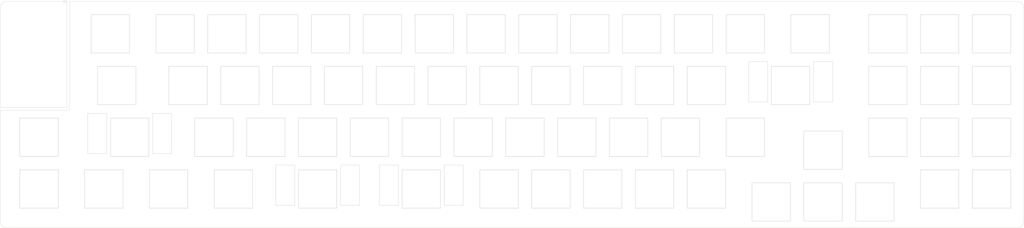
<source format=kicad_pcb>
(kicad_pcb (version 20171130) (host pcbnew "(5.1.12)-1")

  (general
    (thickness 1.6)
    (drawings 15)
    (tracks 0)
    (zones 0)
    (modules 87)
    (nets 1)
  )

  (page A3)
  (layers
    (0 F.Cu signal)
    (31 B.Cu signal)
    (32 B.Adhes user)
    (33 F.Adhes user)
    (34 B.Paste user)
    (35 F.Paste user)
    (36 B.SilkS user)
    (37 F.SilkS user)
    (38 B.Mask user)
    (39 F.Mask user)
    (40 Dwgs.User user)
    (41 Cmts.User user)
    (42 Eco1.User user)
    (43 Eco2.User user)
    (44 Edge.Cuts user)
    (45 Margin user)
    (46 B.CrtYd user)
    (47 F.CrtYd user)
    (48 B.Fab user)
    (49 F.Fab user)
  )

  (setup
    (last_trace_width 0.25)
    (user_trace_width 0.5)
    (user_trace_width 0.5)
    (trace_clearance 0.2)
    (zone_clearance 0.508)
    (zone_45_only no)
    (trace_min 0.2)
    (via_size 0.8)
    (via_drill 0.4)
    (via_min_size 0.4)
    (via_min_drill 0.3)
    (uvia_size 0.3)
    (uvia_drill 0.1)
    (uvias_allowed no)
    (uvia_min_size 0.2)
    (uvia_min_drill 0.1)
    (edge_width 0.1)
    (segment_width 0.2)
    (pcb_text_width 0.3)
    (pcb_text_size 1.5 1.5)
    (mod_edge_width 0.15)
    (mod_text_size 1 1)
    (mod_text_width 0.15)
    (pad_size 2.2 2.2)
    (pad_drill 2.2)
    (pad_to_mask_clearance 0)
    (aux_axis_origin 0 0)
    (visible_elements 7FFFFFFF)
    (pcbplotparams
      (layerselection 0x01000_7ffffffe)
      (usegerberextensions true)
      (usegerberattributes false)
      (usegerberadvancedattributes false)
      (creategerberjobfile false)
      (excludeedgelayer true)
      (linewidth 0.100000)
      (plotframeref false)
      (viasonmask false)
      (mode 1)
      (useauxorigin false)
      (hpglpennumber 1)
      (hpglpenspeed 20)
      (hpglpendiameter 15.000000)
      (psnegative false)
      (psa4output false)
      (plotreference true)
      (plotvalue true)
      (plotinvisibletext false)
      (padsonsilk false)
      (subtractmaskfromsilk false)
      (outputformat 4)
      (mirror false)
      (drillshape 0)
      (scaleselection 1)
      (outputdirectory "./"))
  )

  (net 0 "")

  (net_class Default "これはデフォルトのネット クラスです。"
    (clearance 0.2)
    (trace_width 0.25)
    (via_dia 0.8)
    (via_drill 0.4)
    (uvia_dia 0.3)
    (uvia_drill 0.1)
  )

  (module kbd_Hole:m2_Screw_Hole_EdgeCuts (layer F.Cu) (tedit 5DA73E67) (tstamp 60A2FD6A)
    (at 23.8125 67.75)
    (descr "Mounting Hole 2.2mm, no annular, M2")
    (tags "mounting hole 2.2mm no annular m2")
    (path /64540388)
    (attr virtual)
    (fp_text reference J1 (at 0 -3.2) (layer F.Fab) hide
      (effects (font (size 1 1) (thickness 0.15)))
    )
    (fp_text value Conn_01x01 (at 0 3.2) (layer F.Fab) hide
      (effects (font (size 1 1) (thickness 0.15)))
    )
    (fp_circle (center 0 0) (end 1.1 0) (layer Edge.Cuts) (width 0.01))
    (fp_text user %R (at 0 0) (layer F.Fab) hide
      (effects (font (size 1 1) (thickness 0.15)))
    )
  )

  (module kbd_Hole:m2_Screw_Hole_EdgeCuts (layer F.Cu) (tedit 5DA73E67) (tstamp 6546569E)
    (at 23.8125 111.91875)
    (descr "Mounting Hole 2.2mm, no annular, M2")
    (tags "mounting hole 2.2mm no annular m2")
    (path /6454039C)
    (attr virtual)
    (fp_text reference J3 (at 0 -3.2) (layer F.Fab) hide
      (effects (font (size 1 1) (thickness 0.15)))
    )
    (fp_text value Conn_01x01 (at 0 3.2) (layer F.Fab) hide
      (effects (font (size 1 1) (thickness 0.15)))
    )
    (fp_circle (center 0 0) (end 1.1 0) (layer Edge.Cuts) (width 0.01))
    (fp_text user %R (at 0 0) (layer F.Fab) hide
      (effects (font (size 1 1) (thickness 0.15)))
    )
  )

  (module kbd_SW_Hole:SW_Hole_1u (layer F.Cu) (tedit 60F58A59) (tstamp 65430FF3)
    (at 35.71875 100.0125)
    (path /5C3DCEFA)
    (fp_text reference SW2 (at 7 8.1) (layer F.SilkS) hide
      (effects (font (size 1 1) (thickness 0.15)))
    )
    (fp_text value SW_PUSH (at -7.4 -8.1) (layer F.Fab) hide
      (effects (font (size 1 1) (thickness 0.15)))
    )
    (fp_line (start -7.05 -7.05) (end 7.05 -7.05) (layer Edge.Cuts) (width 0.15))
    (fp_line (start 7.05 -7.05) (end 7.05 7.05) (layer Edge.Cuts) (width 0.15))
    (fp_line (start 7.05 7.05) (end -7.05 7.05) (layer Edge.Cuts) (width 0.15))
    (fp_line (start -7.05 7.05) (end -7.05 -7.05) (layer Edge.Cuts) (width 0.15))
    (fp_line (start 9.525 -9.525) (end -9.525 -9.525) (layer F.Fab) (width 0.15))
    (fp_line (start -9.525 -9.525) (end -9.525 9.525) (layer F.Fab) (width 0.15))
    (fp_line (start -9.525 9.525) (end 9.525 9.525) (layer F.Fab) (width 0.15))
    (fp_line (start 9.525 9.525) (end 9.525 -9.525) (layer F.Fab) (width 0.15))
  )

  (module kbd_SW_Hole:SW_Hole_1u (layer F.Cu) (tedit 60F58A59) (tstamp 65430FCF)
    (at 35.71875 80.9625)
    (path /5C3DCEFA)
    (fp_text reference SW1 (at 7 8.1) (layer F.SilkS) hide
      (effects (font (size 1 1) (thickness 0.15)))
    )
    (fp_text value SW_PUSH (at -7.4 -8.1) (layer F.Fab) hide
      (effects (font (size 1 1) (thickness 0.15)))
    )
    (fp_line (start -7.05 -7.05) (end 7.05 -7.05) (layer Edge.Cuts) (width 0.15))
    (fp_line (start 7.05 -7.05) (end 7.05 7.05) (layer Edge.Cuts) (width 0.15))
    (fp_line (start 7.05 7.05) (end -7.05 7.05) (layer Edge.Cuts) (width 0.15))
    (fp_line (start -7.05 7.05) (end -7.05 -7.05) (layer Edge.Cuts) (width 0.15))
    (fp_line (start 9.525 -9.525) (end -9.525 -9.525) (layer F.Fab) (width 0.15))
    (fp_line (start -9.525 -9.525) (end -9.525 9.525) (layer F.Fab) (width 0.15))
    (fp_line (start -9.525 9.525) (end 9.525 9.525) (layer F.Fab) (width 0.15))
    (fp_line (start 9.525 9.525) (end 9.525 -9.525) (layer F.Fab) (width 0.15))
  )

  (module kbd_Hole:m2_Screw_Hole_EdgeCuts (layer F.Cu) (tedit 5DA73E67) (tstamp 65437CB7)
    (at 44 67.75)
    (descr "Mounting Hole 2.2mm, no annular, M2")
    (tags "mounting hole 2.2mm no annular m2")
    (path /64540388)
    (attr virtual)
    (fp_text reference J21 (at 0 -3.2) (layer F.Fab) hide
      (effects (font (size 1 1) (thickness 0.15)))
    )
    (fp_text value Conn_01x01 (at 0 3.2) (layer F.Fab) hide
      (effects (font (size 1 1) (thickness 0.15)))
    )
    (fp_circle (center 0 0) (end 1.1 0) (layer Edge.Cuts) (width 0.01))
    (fp_text user %R (at 0 0) (layer F.Fab) hide
      (effects (font (size 1 1) (thickness 0.15)))
    )
  )

  (module kbd_Hole:m2_Screw_Hole_EdgeCuts (layer F.Cu) (tedit 5DA73E67) (tstamp 65437BAA)
    (at 49 33.3375)
    (descr "Mounting Hole 2.2mm, no annular, M2")
    (tags "mounting hole 2.2mm no annular m2")
    (path /6454039C)
    (attr virtual)
    (fp_text reference J20 (at 0 -3.2) (layer F.Fab) hide
      (effects (font (size 1 1) (thickness 0.15)))
    )
    (fp_text value Conn_01x01 (at 0 3.2) (layer F.Fab) hide
      (effects (font (size 1 1) (thickness 0.15)))
    )
    (fp_circle (center 0 0) (end 1.1 0) (layer Edge.Cuts) (width 0.01))
    (fp_text user %R (at 0.3 0) (layer F.Fab) hide
      (effects (font (size 1 1) (thickness 0.15)))
    )
  )

  (module kbd_Hole:m2_Screw_Hole_EdgeCuts (layer F.Cu) (tedit 5DA73E67) (tstamp 65437B55)
    (at 49 71.4375)
    (descr "Mounting Hole 2.2mm, no annular, M2")
    (tags "mounting hole 2.2mm no annular m2")
    (path /6454039C)
    (attr virtual)
    (fp_text reference J19 (at 0 -3.2) (layer F.Fab) hide
      (effects (font (size 1 1) (thickness 0.15)))
    )
    (fp_text value Conn_01x01 (at 0 3.2) (layer F.Fab) hide
      (effects (font (size 1 1) (thickness 0.15)))
    )
    (fp_circle (center 0 0) (end 1.1 0) (layer Edge.Cuts) (width 0.01))
    (fp_text user %R (at 0.3 0) (layer F.Fab) hide
      (effects (font (size 1 1) (thickness 0.15)))
    )
  )

  (module kbd_Hole:m2_Screw_Hole_EdgeCuts (layer F.Cu) (tedit 5DA73E67) (tstamp 65412CDF)
    (at 190.5 71.4375)
    (descr "Mounting Hole 2.2mm, no annular, M2")
    (tags "mounting hole 2.2mm no annular m2")
    (path /6454039C)
    (attr virtual)
    (fp_text reference J8 (at 0 -3.2) (layer F.Fab) hide
      (effects (font (size 1 1) (thickness 0.15)))
    )
    (fp_text value Conn_01x01 (at 0 3.2) (layer F.Fab) hide
      (effects (font (size 1 1) (thickness 0.15)))
    )
    (fp_circle (center 0 0) (end 1.1 0) (layer Edge.Cuts) (width 0.01))
    (fp_text user %R (at 0.3 0) (layer F.Fab) hide
      (effects (font (size 1 1) (thickness 0.15)))
    )
  )

  (module kbd_Hole:m2_Screw_Hole_EdgeCuts (layer F.Cu) (tedit 5DA73E67) (tstamp 65412CDA)
    (at 190.5 33.3375)
    (descr "Mounting Hole 2.2mm, no annular, M2")
    (tags "mounting hole 2.2mm no annular m2")
    (path /64540388)
    (attr virtual)
    (fp_text reference J7 (at 0 -3.2) (layer F.Fab) hide
      (effects (font (size 1 1) (thickness 0.15)))
    )
    (fp_text value Conn_01x01 (at 0 3.2) (layer F.Fab) hide
      (effects (font (size 1 1) (thickness 0.15)))
    )
    (fp_circle (center 0 0) (end 1.1 0) (layer Edge.Cuts) (width 0.01))
    (fp_text user %R (at 0 0) (layer F.Fab) hide
      (effects (font (size 1 1) (thickness 0.15)))
    )
  )

  (module kbd_Hole:m2_Screw_Hole_EdgeCuts (layer F.Cu) (tedit 5DA73E67) (tstamp 65412CD5)
    (at 190.5 111.91875)
    (descr "Mounting Hole 2.2mm, no annular, M2")
    (tags "mounting hole 2.2mm no annular m2")
    (path /629102F3)
    (attr virtual)
    (fp_text reference J9 (at 0 -3.2) (layer F.Fab) hide
      (effects (font (size 1 1) (thickness 0.15)))
    )
    (fp_text value Conn_01x01 (at 0 3.2) (layer F.Fab) hide
      (effects (font (size 1 1) (thickness 0.15)))
    )
    (fp_circle (center 0 0) (end 1.1 0) (layer Edge.Cuts) (width 0.01))
    (fp_text user %R (at 0.3 0) (layer F.Fab) hide
      (effects (font (size 1 1) (thickness 0.15)))
    )
  )

  (module kbd_Hole:m2_Screw_Hole_EdgeCuts (layer F.Cu) (tedit 5DA73E67) (tstamp 65412C67)
    (at 119.0625 71.4375)
    (descr "Mounting Hole 2.2mm, no annular, M2")
    (tags "mounting hole 2.2mm no annular m2")
    (path /6454039C)
    (attr virtual)
    (fp_text reference J5 (at 0 -3.2) (layer F.Fab) hide
      (effects (font (size 1 1) (thickness 0.15)))
    )
    (fp_text value Conn_01x01 (at 0 3.2) (layer F.Fab) hide
      (effects (font (size 1 1) (thickness 0.15)))
    )
    (fp_circle (center 0 0) (end 1.1 0) (layer Edge.Cuts) (width 0.01))
    (fp_text user %R (at 0.3 0) (layer F.Fab) hide
      (effects (font (size 1 1) (thickness 0.15)))
    )
  )

  (module kbd_Hole:m2_Screw_Hole_EdgeCuts (layer F.Cu) (tedit 5DA73E67) (tstamp 65412C62)
    (at 119.0625 33.3375)
    (descr "Mounting Hole 2.2mm, no annular, M2")
    (tags "mounting hole 2.2mm no annular m2")
    (path /64540388)
    (attr virtual)
    (fp_text reference J4 (at 0 -3.2) (layer F.Fab) hide
      (effects (font (size 1 1) (thickness 0.15)))
    )
    (fp_text value Conn_01x01 (at 0 3.2) (layer F.Fab) hide
      (effects (font (size 1 1) (thickness 0.15)))
    )
    (fp_circle (center 0 0) (end 1.1 0) (layer Edge.Cuts) (width 0.01))
    (fp_text user %R (at 0 0) (layer F.Fab) hide
      (effects (font (size 1 1) (thickness 0.15)))
    )
  )

  (module kbd_Hole:m2_Screw_Hole_EdgeCuts (layer F.Cu) (tedit 5DA73E67) (tstamp 65412C5D)
    (at 119.0625 111.91875)
    (descr "Mounting Hole 2.2mm, no annular, M2")
    (tags "mounting hole 2.2mm no annular m2")
    (path /629102F3)
    (attr virtual)
    (fp_text reference J6 (at 0 -3.2) (layer F.Fab) hide
      (effects (font (size 1 1) (thickness 0.15)))
    )
    (fp_text value Conn_01x01 (at 0 3.2) (layer F.Fab) hide
      (effects (font (size 1 1) (thickness 0.15)))
    )
    (fp_circle (center 0 0) (end 1.1 0) (layer Edge.Cuts) (width 0.01))
    (fp_text user %R (at 0.3 0) (layer F.Fab) hide
      (effects (font (size 1 1) (thickness 0.15)))
    )
  )

  (module kbd_Hole:m2_Screw_Hole_EdgeCuts (layer F.Cu) (tedit 5DA73E67) (tstamp 65412C67)
    (at 266.7 71.4375)
    (descr "Mounting Hole 2.2mm, no annular, M2")
    (tags "mounting hole 2.2mm no annular m2")
    (path /6454039C)
    (attr virtual)
    (fp_text reference J11 (at 0 -3.2) (layer F.Fab) hide
      (effects (font (size 1 1) (thickness 0.15)))
    )
    (fp_text value Conn_01x01 (at 0 3.2) (layer F.Fab) hide
      (effects (font (size 1 1) (thickness 0.15)))
    )
    (fp_circle (center 0 0) (end 1.1 0) (layer Edge.Cuts) (width 0.01))
    (fp_text user %R (at 0.3 0) (layer F.Fab) hide
      (effects (font (size 1 1) (thickness 0.15)))
    )
  )

  (module kbd_Hole:m2_Screw_Hole_EdgeCuts (layer F.Cu) (tedit 5DA73E67) (tstamp 65412C62)
    (at 266.7 33.3375)
    (descr "Mounting Hole 2.2mm, no annular, M2")
    (tags "mounting hole 2.2mm no annular m2")
    (path /64540388)
    (attr virtual)
    (fp_text reference J10 (at 0 -3.2) (layer F.Fab) hide
      (effects (font (size 1 1) (thickness 0.15)))
    )
    (fp_text value Conn_01x01 (at 0 3.2) (layer F.Fab) hide
      (effects (font (size 1 1) (thickness 0.15)))
    )
    (fp_circle (center 0 0) (end 1.1 0) (layer Edge.Cuts) (width 0.01))
    (fp_text user %R (at 0 0) (layer F.Fab) hide
      (effects (font (size 1 1) (thickness 0.15)))
    )
  )

  (module kbd_Hole:m2_Screw_Hole_EdgeCuts (layer F.Cu) (tedit 5DA73E67) (tstamp 65412C5D)
    (at 266.7 111.91875)
    (descr "Mounting Hole 2.2mm, no annular, M2")
    (tags "mounting hole 2.2mm no annular m2")
    (path /629102F3)
    (attr virtual)
    (fp_text reference J12 (at 0 -3.2) (layer F.Fab) hide
      (effects (font (size 1 1) (thickness 0.15)))
    )
    (fp_text value Conn_01x01 (at 0 3.2) (layer F.Fab) hide
      (effects (font (size 1 1) (thickness 0.15)))
    )
    (fp_circle (center 0 0) (end 1.1 0) (layer Edge.Cuts) (width 0.01))
    (fp_text user %R (at 0.3 0) (layer F.Fab) hide
      (effects (font (size 1 1) (thickness 0.15)))
    )
  )

  (module kbd_Hole:m2_Screw_Hole_EdgeCuts (layer F.Cu) (tedit 5DA73E67) (tstamp 65412C67)
    (at 333.375 71.4375)
    (descr "Mounting Hole 2.2mm, no annular, M2")
    (tags "mounting hole 2.2mm no annular m2")
    (path /6454039C)
    (attr virtual)
    (fp_text reference J14 (at 0 -3.2) (layer F.Fab) hide
      (effects (font (size 1 1) (thickness 0.15)))
    )
    (fp_text value Conn_01x01 (at 0 3.2) (layer F.Fab) hide
      (effects (font (size 1 1) (thickness 0.15)))
    )
    (fp_circle (center 0 0) (end 1.1 0) (layer Edge.Cuts) (width 0.01))
    (fp_text user %R (at 0.3 0) (layer F.Fab) hide
      (effects (font (size 1 1) (thickness 0.15)))
    )
  )

  (module kbd_Hole:m2_Screw_Hole_EdgeCuts (layer F.Cu) (tedit 5DA73E67) (tstamp 65412C62)
    (at 333.375 33.3375)
    (descr "Mounting Hole 2.2mm, no annular, M2")
    (tags "mounting hole 2.2mm no annular m2")
    (path /64540388)
    (attr virtual)
    (fp_text reference J13 (at 0 -3.2) (layer F.Fab) hide
      (effects (font (size 1 1) (thickness 0.15)))
    )
    (fp_text value Conn_01x01 (at 0 3.2) (layer F.Fab) hide
      (effects (font (size 1 1) (thickness 0.15)))
    )
    (fp_circle (center 0 0) (end 1.1 0) (layer Edge.Cuts) (width 0.01))
    (fp_text user %R (at 0 0) (layer F.Fab) hide
      (effects (font (size 1 1) (thickness 0.15)))
    )
  )

  (module kbd_Hole:m2_Screw_Hole_EdgeCuts (layer F.Cu) (tedit 5DA73E67) (tstamp 65412C5D)
    (at 333.375 111.91875)
    (descr "Mounting Hole 2.2mm, no annular, M2")
    (tags "mounting hole 2.2mm no annular m2")
    (path /629102F3)
    (attr virtual)
    (fp_text reference J15 (at 0 -3.2) (layer F.Fab) hide
      (effects (font (size 1 1) (thickness 0.15)))
    )
    (fp_text value Conn_01x01 (at 0 3.2) (layer F.Fab) hide
      (effects (font (size 1 1) (thickness 0.15)))
    )
    (fp_circle (center 0 0) (end 1.1 0) (layer Edge.Cuts) (width 0.01))
    (fp_text user %R (at 0.3 0) (layer F.Fab) hide
      (effects (font (size 1 1) (thickness 0.15)))
    )
  )

  (module kbd_SW_Hole:SW_Hole_1.5u (layer F.Cu) (tedit 60F58A81) (tstamp 60A28FB7)
    (at 61.9125 42.8625)
    (fp_text reference SW3 (at 7 8.1) (layer F.SilkS) hide
      (effects (font (size 1 1) (thickness 0.15)))
    )
    (fp_text value KEY_SWITCH (at -7.4 -8.1) (layer F.Fab) hide
      (effects (font (size 1 1) (thickness 0.15)))
    )
    (fp_line (start 14.2875 9.525) (end 14.2875 -9.525) (layer F.Fab) (width 0.15))
    (fp_line (start -14.2875 9.525) (end 14.2875 9.525) (layer F.Fab) (width 0.15))
    (fp_line (start -14.2875 -9.525) (end -14.2875 9.525) (layer F.Fab) (width 0.15))
    (fp_line (start 14.2875 -9.525) (end -14.2875 -9.525) (layer F.Fab) (width 0.15))
    (fp_line (start -7.05 7.05) (end -7.05 -7.05) (layer Edge.Cuts) (width 0.15))
    (fp_line (start 7.05 7.05) (end -7.05 7.05) (layer Edge.Cuts) (width 0.15))
    (fp_line (start 7.05 -7.05) (end 7.05 7.05) (layer Edge.Cuts) (width 0.15))
    (fp_line (start -7.05 -7.05) (end 7.05 -7.05) (layer Edge.Cuts) (width 0.15))
  )

  (module kbd_SW_Hole:SW_Hole_1u (layer F.Cu) (tedit 60F58A59) (tstamp 6541179F)
    (at 385.7625 100.0125)
    (path /5C3DCEFA)
    (fp_text reference SW66 (at 7 8.1) (layer F.SilkS) hide
      (effects (font (size 1 1) (thickness 0.15)))
    )
    (fp_text value SW_PUSH (at -7.4 -8.1) (layer F.Fab) hide
      (effects (font (size 1 1) (thickness 0.15)))
    )
    (fp_line (start -7.05 -7.05) (end 7.05 -7.05) (layer Edge.Cuts) (width 0.15))
    (fp_line (start 7.05 -7.05) (end 7.05 7.05) (layer Edge.Cuts) (width 0.15))
    (fp_line (start 7.05 7.05) (end -7.05 7.05) (layer Edge.Cuts) (width 0.15))
    (fp_line (start -7.05 7.05) (end -7.05 -7.05) (layer Edge.Cuts) (width 0.15))
    (fp_line (start 9.525 -9.525) (end -9.525 -9.525) (layer F.Fab) (width 0.15))
    (fp_line (start -9.525 -9.525) (end -9.525 9.525) (layer F.Fab) (width 0.15))
    (fp_line (start -9.525 9.525) (end 9.525 9.525) (layer F.Fab) (width 0.15))
    (fp_line (start 9.525 9.525) (end 9.525 -9.525) (layer F.Fab) (width 0.15))
  )

  (module kbd_SW_Hole:SW_Hole_1u (layer F.Cu) (tedit 60F58A59) (tstamp 6541179F)
    (at 385.7625 80.9625)
    (path /5C3DCEFA)
    (fp_text reference SW65 (at 7 8.1) (layer F.SilkS) hide
      (effects (font (size 1 1) (thickness 0.15)))
    )
    (fp_text value SW_PUSH (at -7.4 -8.1) (layer F.Fab) hide
      (effects (font (size 1 1) (thickness 0.15)))
    )
    (fp_line (start -7.05 -7.05) (end 7.05 -7.05) (layer Edge.Cuts) (width 0.15))
    (fp_line (start 7.05 -7.05) (end 7.05 7.05) (layer Edge.Cuts) (width 0.15))
    (fp_line (start 7.05 7.05) (end -7.05 7.05) (layer Edge.Cuts) (width 0.15))
    (fp_line (start -7.05 7.05) (end -7.05 -7.05) (layer Edge.Cuts) (width 0.15))
    (fp_line (start 9.525 -9.525) (end -9.525 -9.525) (layer F.Fab) (width 0.15))
    (fp_line (start -9.525 -9.525) (end -9.525 9.525) (layer F.Fab) (width 0.15))
    (fp_line (start -9.525 9.525) (end 9.525 9.525) (layer F.Fab) (width 0.15))
    (fp_line (start 9.525 9.525) (end 9.525 -9.525) (layer F.Fab) (width 0.15))
  )

  (module kbd_SW_Hole:SW_Hole_1u (layer F.Cu) (tedit 60F58A59) (tstamp 6541179F)
    (at 385.7625 61.9125)
    (path /5C3DCEFA)
    (fp_text reference SW64 (at 7 8.1) (layer F.SilkS) hide
      (effects (font (size 1 1) (thickness 0.15)))
    )
    (fp_text value SW_PUSH (at -7.4 -8.1) (layer F.Fab) hide
      (effects (font (size 1 1) (thickness 0.15)))
    )
    (fp_line (start -7.05 -7.05) (end 7.05 -7.05) (layer Edge.Cuts) (width 0.15))
    (fp_line (start 7.05 -7.05) (end 7.05 7.05) (layer Edge.Cuts) (width 0.15))
    (fp_line (start 7.05 7.05) (end -7.05 7.05) (layer Edge.Cuts) (width 0.15))
    (fp_line (start -7.05 7.05) (end -7.05 -7.05) (layer Edge.Cuts) (width 0.15))
    (fp_line (start 9.525 -9.525) (end -9.525 -9.525) (layer F.Fab) (width 0.15))
    (fp_line (start -9.525 -9.525) (end -9.525 9.525) (layer F.Fab) (width 0.15))
    (fp_line (start -9.525 9.525) (end 9.525 9.525) (layer F.Fab) (width 0.15))
    (fp_line (start 9.525 9.525) (end 9.525 -9.525) (layer F.Fab) (width 0.15))
  )

  (module kbd_SW_Hole:SW_Hole_1u (layer F.Cu) (tedit 60F58A59) (tstamp 6541179F)
    (at 385.7625 42.8625)
    (path /5C3DCEFA)
    (fp_text reference SW63 (at 7 8.1) (layer F.SilkS) hide
      (effects (font (size 1 1) (thickness 0.15)))
    )
    (fp_text value SW_PUSH (at -7.4 -8.1) (layer F.Fab) hide
      (effects (font (size 1 1) (thickness 0.15)))
    )
    (fp_line (start -7.05 -7.05) (end 7.05 -7.05) (layer Edge.Cuts) (width 0.15))
    (fp_line (start 7.05 -7.05) (end 7.05 7.05) (layer Edge.Cuts) (width 0.15))
    (fp_line (start 7.05 7.05) (end -7.05 7.05) (layer Edge.Cuts) (width 0.15))
    (fp_line (start -7.05 7.05) (end -7.05 -7.05) (layer Edge.Cuts) (width 0.15))
    (fp_line (start 9.525 -9.525) (end -9.525 -9.525) (layer F.Fab) (width 0.15))
    (fp_line (start -9.525 -9.525) (end -9.525 9.525) (layer F.Fab) (width 0.15))
    (fp_line (start -9.525 9.525) (end 9.525 9.525) (layer F.Fab) (width 0.15))
    (fp_line (start 9.525 9.525) (end 9.525 -9.525) (layer F.Fab) (width 0.15))
  )

  (module kbd_SW_Hole:SW_Hole_1u (layer F.Cu) (tedit 60F58A59) (tstamp 6541179F)
    (at 366.7125 100.0125)
    (path /5C3DCEFA)
    (fp_text reference SW62 (at 7 8.1) (layer F.SilkS) hide
      (effects (font (size 1 1) (thickness 0.15)))
    )
    (fp_text value SW_PUSH (at -7.4 -8.1) (layer F.Fab) hide
      (effects (font (size 1 1) (thickness 0.15)))
    )
    (fp_line (start -7.05 -7.05) (end 7.05 -7.05) (layer Edge.Cuts) (width 0.15))
    (fp_line (start 7.05 -7.05) (end 7.05 7.05) (layer Edge.Cuts) (width 0.15))
    (fp_line (start 7.05 7.05) (end -7.05 7.05) (layer Edge.Cuts) (width 0.15))
    (fp_line (start -7.05 7.05) (end -7.05 -7.05) (layer Edge.Cuts) (width 0.15))
    (fp_line (start 9.525 -9.525) (end -9.525 -9.525) (layer F.Fab) (width 0.15))
    (fp_line (start -9.525 -9.525) (end -9.525 9.525) (layer F.Fab) (width 0.15))
    (fp_line (start -9.525 9.525) (end 9.525 9.525) (layer F.Fab) (width 0.15))
    (fp_line (start 9.525 9.525) (end 9.525 -9.525) (layer F.Fab) (width 0.15))
  )

  (module kbd_SW_Hole:SW_Hole_1u (layer F.Cu) (tedit 60F58A59) (tstamp 6541179F)
    (at 366.7125 80.9625)
    (path /5C3DCEFA)
    (fp_text reference SW61 (at 7 8.1) (layer F.SilkS) hide
      (effects (font (size 1 1) (thickness 0.15)))
    )
    (fp_text value SW_PUSH (at -7.4 -8.1) (layer F.Fab) hide
      (effects (font (size 1 1) (thickness 0.15)))
    )
    (fp_line (start -7.05 -7.05) (end 7.05 -7.05) (layer Edge.Cuts) (width 0.15))
    (fp_line (start 7.05 -7.05) (end 7.05 7.05) (layer Edge.Cuts) (width 0.15))
    (fp_line (start 7.05 7.05) (end -7.05 7.05) (layer Edge.Cuts) (width 0.15))
    (fp_line (start -7.05 7.05) (end -7.05 -7.05) (layer Edge.Cuts) (width 0.15))
    (fp_line (start 9.525 -9.525) (end -9.525 -9.525) (layer F.Fab) (width 0.15))
    (fp_line (start -9.525 -9.525) (end -9.525 9.525) (layer F.Fab) (width 0.15))
    (fp_line (start -9.525 9.525) (end 9.525 9.525) (layer F.Fab) (width 0.15))
    (fp_line (start 9.525 9.525) (end 9.525 -9.525) (layer F.Fab) (width 0.15))
  )

  (module kbd_SW_Hole:SW_Hole_1u (layer F.Cu) (tedit 60F58A59) (tstamp 6541179F)
    (at 366.7125 61.9125)
    (path /5C3DCEFA)
    (fp_text reference SW60 (at 7 8.1) (layer F.SilkS) hide
      (effects (font (size 1 1) (thickness 0.15)))
    )
    (fp_text value SW_PUSH (at -7.4 -8.1) (layer F.Fab) hide
      (effects (font (size 1 1) (thickness 0.15)))
    )
    (fp_line (start -7.05 -7.05) (end 7.05 -7.05) (layer Edge.Cuts) (width 0.15))
    (fp_line (start 7.05 -7.05) (end 7.05 7.05) (layer Edge.Cuts) (width 0.15))
    (fp_line (start 7.05 7.05) (end -7.05 7.05) (layer Edge.Cuts) (width 0.15))
    (fp_line (start -7.05 7.05) (end -7.05 -7.05) (layer Edge.Cuts) (width 0.15))
    (fp_line (start 9.525 -9.525) (end -9.525 -9.525) (layer F.Fab) (width 0.15))
    (fp_line (start -9.525 -9.525) (end -9.525 9.525) (layer F.Fab) (width 0.15))
    (fp_line (start -9.525 9.525) (end 9.525 9.525) (layer F.Fab) (width 0.15))
    (fp_line (start 9.525 9.525) (end 9.525 -9.525) (layer F.Fab) (width 0.15))
  )

  (module kbd_SW_Hole:SW_Hole_1u (layer F.Cu) (tedit 60F58A59) (tstamp 6541179F)
    (at 366.7125 42.8625)
    (path /5C3DCEFA)
    (fp_text reference SW59 (at 7 8.1) (layer F.SilkS) hide
      (effects (font (size 1 1) (thickness 0.15)))
    )
    (fp_text value SW_PUSH (at -7.4 -8.1) (layer F.Fab) hide
      (effects (font (size 1 1) (thickness 0.15)))
    )
    (fp_line (start -7.05 -7.05) (end 7.05 -7.05) (layer Edge.Cuts) (width 0.15))
    (fp_line (start 7.05 -7.05) (end 7.05 7.05) (layer Edge.Cuts) (width 0.15))
    (fp_line (start 7.05 7.05) (end -7.05 7.05) (layer Edge.Cuts) (width 0.15))
    (fp_line (start -7.05 7.05) (end -7.05 -7.05) (layer Edge.Cuts) (width 0.15))
    (fp_line (start 9.525 -9.525) (end -9.525 -9.525) (layer F.Fab) (width 0.15))
    (fp_line (start -9.525 -9.525) (end -9.525 9.525) (layer F.Fab) (width 0.15))
    (fp_line (start -9.525 9.525) (end 9.525 9.525) (layer F.Fab) (width 0.15))
    (fp_line (start 9.525 9.525) (end 9.525 -9.525) (layer F.Fab) (width 0.15))
  )

  (module kbd_SW_Hole:SW_Hole_1.25u (layer F.Cu) (tedit 60F58AA9) (tstamp 5CB90BD2)
    (at 83.34375 100.0125)
    (path /5BF16F8B)
    (fp_text reference SW10 (at 7 8.1) (layer F.SilkS) hide
      (effects (font (size 1 1) (thickness 0.15)))
    )
    (fp_text value SW_PUSH (at -7.4 -8.1) (layer F.Fab) hide
      (effects (font (size 1 1) (thickness 0.15)))
    )
    (fp_line (start 11.90625 9.525) (end 11.90625 -9.525) (layer F.Fab) (width 0.15))
    (fp_line (start -11.90625 9.525) (end 11.90625 9.525) (layer F.Fab) (width 0.15))
    (fp_line (start -11.90625 -9.525) (end -11.90625 9.525) (layer F.Fab) (width 0.15))
    (fp_line (start 11.90625 -9.525) (end -11.90625 -9.525) (layer F.Fab) (width 0.15))
    (fp_line (start -7.05 7.05) (end -7.05 -7.05) (layer Edge.Cuts) (width 0.15))
    (fp_line (start 7.05 7.05) (end -7.05 7.05) (layer Edge.Cuts) (width 0.15))
    (fp_line (start 7.05 -7.05) (end 7.05 7.05) (layer Edge.Cuts) (width 0.15))
    (fp_line (start -7.05 -7.05) (end 7.05 -7.05) (layer Edge.Cuts) (width 0.15))
  )

  (module kbd_SW_Hole:SW_Hole_1.5u (layer F.Cu) (tedit 60F58A81) (tstamp 65411A85)
    (at 319.0875 42.8625)
    (fp_text reference SW54 (at 7 8.1) (layer F.SilkS) hide
      (effects (font (size 1 1) (thickness 0.15)))
    )
    (fp_text value KEY_SWITCH (at -7.4 -8.1) (layer F.Fab) hide
      (effects (font (size 1 1) (thickness 0.15)))
    )
    (fp_line (start 14.2875 9.525) (end 14.2875 -9.525) (layer F.Fab) (width 0.15))
    (fp_line (start -14.2875 9.525) (end 14.2875 9.525) (layer F.Fab) (width 0.15))
    (fp_line (start -14.2875 -9.525) (end -14.2875 9.525) (layer F.Fab) (width 0.15))
    (fp_line (start 14.2875 -9.525) (end -14.2875 -9.525) (layer F.Fab) (width 0.15))
    (fp_line (start -7.05 7.05) (end -7.05 -7.05) (layer Edge.Cuts) (width 0.15))
    (fp_line (start 7.05 7.05) (end -7.05 7.05) (layer Edge.Cuts) (width 0.15))
    (fp_line (start 7.05 -7.05) (end 7.05 7.05) (layer Edge.Cuts) (width 0.15))
    (fp_line (start -7.05 -7.05) (end 7.05 -7.05) (layer Edge.Cuts) (width 0.15))
  )

  (module kbd_SW_Hole:SW_Hole_1u (layer F.Cu) (tedit 60F58A59) (tstamp 6541179F)
    (at 280.9875 61.9125)
    (path /5C3DCEFA)
    (fp_text reference SW47 (at 7 8.1) (layer F.SilkS) hide
      (effects (font (size 1 1) (thickness 0.15)))
    )
    (fp_text value SW_PUSH (at -7.4 -8.1) (layer F.Fab) hide
      (effects (font (size 1 1) (thickness 0.15)))
    )
    (fp_line (start -7.05 -7.05) (end 7.05 -7.05) (layer Edge.Cuts) (width 0.15))
    (fp_line (start 7.05 -7.05) (end 7.05 7.05) (layer Edge.Cuts) (width 0.15))
    (fp_line (start 7.05 7.05) (end -7.05 7.05) (layer Edge.Cuts) (width 0.15))
    (fp_line (start -7.05 7.05) (end -7.05 -7.05) (layer Edge.Cuts) (width 0.15))
    (fp_line (start 9.525 -9.525) (end -9.525 -9.525) (layer F.Fab) (width 0.15))
    (fp_line (start -9.525 -9.525) (end -9.525 9.525) (layer F.Fab) (width 0.15))
    (fp_line (start -9.525 9.525) (end 9.525 9.525) (layer F.Fab) (width 0.15))
    (fp_line (start 9.525 9.525) (end 9.525 -9.525) (layer F.Fab) (width 0.15))
  )

  (module kbd_SW_Hole:SW_Hole_2.25u (layer F.Cu) (tedit 60F58B15) (tstamp 6541198A)
    (at 311.94375 61.9125 180)
    (fp_text reference SW51 (at 7 8.1) (layer Edge.Cuts) hide
      (effects (font (size 1 1) (thickness 0.15)))
    )
    (fp_text value KEY_SWITCH (at -7.4 -8.1) (layer F.Fab) hide
      (effects (font (size 1 1) (thickness 0.15)))
    )
    (fp_line (start 21.43125 9.525) (end 21.43125 -9.525) (layer F.Fab) (width 0.15))
    (fp_line (start -21.43125 9.525) (end 21.43125 9.525) (layer F.Fab) (width 0.15))
    (fp_line (start -21.43125 -9.525) (end -21.43125 9.525) (layer F.Fab) (width 0.15))
    (fp_line (start 21.43125 -9.525) (end -21.43125 -9.525) (layer F.Fab) (width 0.15))
    (fp_line (start -7.05 7.05) (end -7.05 -7.05) (layer Edge.Cuts) (width 0.15))
    (fp_line (start 7.05 7.05) (end -7.05 7.05) (layer Edge.Cuts) (width 0.15))
    (fp_line (start 7.05 -7.05) (end 7.05 7.05) (layer Edge.Cuts) (width 0.15))
    (fp_line (start -7.05 -7.05) (end 7.05 -7.05) (layer Edge.Cuts) (width 0.15))
    (fp_line (start 8.4 -6) (end 8.4 8.8) (layer Edge.Cuts) (width 0.12))
    (fp_line (start 8.4 8.8) (end 15.4 8.8) (layer Edge.Cuts) (width 0.12))
    (fp_line (start 15.4 8.8) (end 15.4 -6) (layer Edge.Cuts) (width 0.12))
    (fp_line (start 15.4 -6) (end 8.4 -6) (layer Edge.Cuts) (width 0.12))
    (fp_line (start -8.4 -6) (end -8.4 8.8) (layer Edge.Cuts) (width 0.12))
    (fp_line (start -8.4 8.8) (end -15.4 8.8) (layer Edge.Cuts) (width 0.12))
    (fp_line (start -15.4 8.8) (end -15.4 -6) (layer Edge.Cuts) (width 0.12))
    (fp_line (start -15.4 -6) (end -8.4 -6) (layer Edge.Cuts) (width 0.12))
  )

  (module kbd_SW_Hole:SW_Hole_1.5u (layer F.Cu) (tedit 60F58A81) (tstamp 60A296AC)
    (at 295.275 80.9625)
    (path /5C3DCEFA)
    (fp_text reference SW48 (at 7 8.1) (layer F.SilkS) hide
      (effects (font (size 1 1) (thickness 0.15)))
    )
    (fp_text value SW_PUSH (at -7.4 -8.1) (layer F.Fab) hide
      (effects (font (size 1 1) (thickness 0.15)))
    )
    (fp_line (start 14.2875 9.525) (end 14.2875 -9.525) (layer F.Fab) (width 0.15))
    (fp_line (start -14.2875 9.525) (end 14.2875 9.525) (layer F.Fab) (width 0.15))
    (fp_line (start -14.2875 -9.525) (end -14.2875 9.525) (layer F.Fab) (width 0.15))
    (fp_line (start 14.2875 -9.525) (end -14.2875 -9.525) (layer F.Fab) (width 0.15))
    (fp_line (start -7.05 7.05) (end -7.05 -7.05) (layer Edge.Cuts) (width 0.15))
    (fp_line (start 7.05 7.05) (end -7.05 7.05) (layer Edge.Cuts) (width 0.15))
    (fp_line (start 7.05 -7.05) (end 7.05 7.05) (layer Edge.Cuts) (width 0.15))
    (fp_line (start -7.05 -7.05) (end 7.05 -7.05) (layer Edge.Cuts) (width 0.15))
  )

  (module kbd_SW_Hole:SW_Hole_1u (layer F.Cu) (tedit 60F58A59) (tstamp 6541179F)
    (at 280.9875 100.0125)
    (path /5C3DCEFA)
    (fp_text reference SW45 (at 7 8.1) (layer F.SilkS) hide
      (effects (font (size 1 1) (thickness 0.15)))
    )
    (fp_text value SW_PUSH (at -7.4 -8.1) (layer F.Fab) hide
      (effects (font (size 1 1) (thickness 0.15)))
    )
    (fp_line (start -7.05 -7.05) (end 7.05 -7.05) (layer Edge.Cuts) (width 0.15))
    (fp_line (start 7.05 -7.05) (end 7.05 7.05) (layer Edge.Cuts) (width 0.15))
    (fp_line (start 7.05 7.05) (end -7.05 7.05) (layer Edge.Cuts) (width 0.15))
    (fp_line (start -7.05 7.05) (end -7.05 -7.05) (layer Edge.Cuts) (width 0.15))
    (fp_line (start 9.525 -9.525) (end -9.525 -9.525) (layer F.Fab) (width 0.15))
    (fp_line (start -9.525 -9.525) (end -9.525 9.525) (layer F.Fab) (width 0.15))
    (fp_line (start -9.525 9.525) (end 9.525 9.525) (layer F.Fab) (width 0.15))
    (fp_line (start 9.525 9.525) (end 9.525 -9.525) (layer F.Fab) (width 0.15))
  )

  (module kbd_SW_Hole:SW_Hole_1u (layer F.Cu) (tedit 60F58A59) (tstamp 6541179F)
    (at 261.9375 100.0125)
    (path /5C3DCEFA)
    (fp_text reference SW41 (at 7 8.1) (layer F.SilkS) hide
      (effects (font (size 1 1) (thickness 0.15)))
    )
    (fp_text value SW_PUSH (at -7.4 -8.1) (layer F.Fab) hide
      (effects (font (size 1 1) (thickness 0.15)))
    )
    (fp_line (start -7.05 -7.05) (end 7.05 -7.05) (layer Edge.Cuts) (width 0.15))
    (fp_line (start 7.05 -7.05) (end 7.05 7.05) (layer Edge.Cuts) (width 0.15))
    (fp_line (start 7.05 7.05) (end -7.05 7.05) (layer Edge.Cuts) (width 0.15))
    (fp_line (start -7.05 7.05) (end -7.05 -7.05) (layer Edge.Cuts) (width 0.15))
    (fp_line (start 9.525 -9.525) (end -9.525 -9.525) (layer F.Fab) (width 0.15))
    (fp_line (start -9.525 -9.525) (end -9.525 9.525) (layer F.Fab) (width 0.15))
    (fp_line (start -9.525 9.525) (end 9.525 9.525) (layer F.Fab) (width 0.15))
    (fp_line (start 9.525 9.525) (end 9.525 -9.525) (layer F.Fab) (width 0.15))
  )

  (module kbd_SW_Hole:SW_Hole_1u (layer F.Cu) (tedit 60F58A59) (tstamp 6541179F)
    (at 242.8875 100.0125)
    (path /5C3DCEFA)
    (fp_text reference SW37 (at 7 8.1) (layer F.SilkS) hide
      (effects (font (size 1 1) (thickness 0.15)))
    )
    (fp_text value SW_PUSH (at -7.4 -8.1) (layer F.Fab) hide
      (effects (font (size 1 1) (thickness 0.15)))
    )
    (fp_line (start -7.05 -7.05) (end 7.05 -7.05) (layer Edge.Cuts) (width 0.15))
    (fp_line (start 7.05 -7.05) (end 7.05 7.05) (layer Edge.Cuts) (width 0.15))
    (fp_line (start 7.05 7.05) (end -7.05 7.05) (layer Edge.Cuts) (width 0.15))
    (fp_line (start -7.05 7.05) (end -7.05 -7.05) (layer Edge.Cuts) (width 0.15))
    (fp_line (start 9.525 -9.525) (end -9.525 -9.525) (layer F.Fab) (width 0.15))
    (fp_line (start -9.525 -9.525) (end -9.525 9.525) (layer F.Fab) (width 0.15))
    (fp_line (start -9.525 9.525) (end 9.525 9.525) (layer F.Fab) (width 0.15))
    (fp_line (start 9.525 9.525) (end 9.525 -9.525) (layer F.Fab) (width 0.15))
  )

  (module kbd_SW_Hole:SW_Hole_1u (layer F.Cu) (tedit 60F58A59) (tstamp 65411763)
    (at 204.7875 100.0125)
    (fp_text reference SW29 (at 7 8.1) (layer F.SilkS) hide
      (effects (font (size 1 1) (thickness 0.15)))
    )
    (fp_text value KEY_SWITCH (at -7.4 -8.1) (layer F.Fab) hide
      (effects (font (size 1 1) (thickness 0.15)))
    )
    (fp_line (start 9.525 9.525) (end 9.525 -9.525) (layer F.Fab) (width 0.15))
    (fp_line (start -9.525 9.525) (end 9.525 9.525) (layer F.Fab) (width 0.15))
    (fp_line (start -9.525 -9.525) (end -9.525 9.525) (layer F.Fab) (width 0.15))
    (fp_line (start 9.525 -9.525) (end -9.525 -9.525) (layer F.Fab) (width 0.15))
    (fp_line (start -7.05 7.05) (end -7.05 -7.05) (layer Edge.Cuts) (width 0.15))
    (fp_line (start 7.05 7.05) (end -7.05 7.05) (layer Edge.Cuts) (width 0.15))
    (fp_line (start 7.05 -7.05) (end 7.05 7.05) (layer Edge.Cuts) (width 0.15))
    (fp_line (start -7.05 -7.05) (end 7.05 -7.05) (layer Edge.Cuts) (width 0.15))
  )

  (module kbd_SW_Hole:SW_Hole_2u (layer F.Cu) (tedit 60F58AF2) (tstamp 654116BF)
    (at 176.2125 100.0125 180)
    (fp_text reference SW25 (at 7 8.1) (layer Edge.Cuts) hide
      (effects (font (size 1 1) (thickness 0.15)))
    )
    (fp_text value KEY_SWITCH (at -7.4 -8.1) (layer F.Fab) hide
      (effects (font (size 1 1) (thickness 0.15)))
    )
    (fp_line (start 19.05 9.525) (end 19.05 -9.525) (layer F.Fab) (width 0.15))
    (fp_line (start -19.05 9.525) (end 19.05 9.525) (layer F.Fab) (width 0.15))
    (fp_line (start -19.05 -9.525) (end -19.05 9.525) (layer F.Fab) (width 0.15))
    (fp_line (start 19.05 -9.525) (end -19.05 -9.525) (layer F.Fab) (width 0.15))
    (fp_line (start -7.05 7.05) (end -7.05 -7.05) (layer Edge.Cuts) (width 0.15))
    (fp_line (start 7.05 7.05) (end -7.05 7.05) (layer Edge.Cuts) (width 0.15))
    (fp_line (start 7.05 -7.05) (end 7.05 7.05) (layer Edge.Cuts) (width 0.15))
    (fp_line (start -7.05 -7.05) (end 7.05 -7.05) (layer Edge.Cuts) (width 0.15))
    (fp_line (start 8.4 -6) (end 8.4 8.8) (layer Edge.Cuts) (width 0.12))
    (fp_line (start 8.4 8.8) (end 15.4 8.8) (layer Edge.Cuts) (width 0.12))
    (fp_line (start 15.4 8.8) (end 15.4 -6) (layer Edge.Cuts) (width 0.12))
    (fp_line (start 15.4 -6) (end 8.4 -6) (layer Edge.Cuts) (width 0.12))
    (fp_line (start -8.4 -6) (end -8.4 8.8) (layer Edge.Cuts) (width 0.12))
    (fp_line (start -8.4 8.8) (end -15.4 8.8) (layer Edge.Cuts) (width 0.12))
    (fp_line (start -15.4 8.8) (end -15.4 -6) (layer Edge.Cuts) (width 0.12))
    (fp_line (start -15.4 -6) (end -8.4 -6) (layer Edge.Cuts) (width 0.12))
  )

  (module kbd_SW_Hole:SW_Hole_2u (layer F.Cu) (tedit 60F58AF2) (tstamp 6541165F)
    (at 138.1125 100.0125 180)
    (fp_text reference SW18 (at 7 8.1) (layer Edge.Cuts) hide
      (effects (font (size 1 1) (thickness 0.15)))
    )
    (fp_text value KEY_SWITCH (at -7.4 -8.1) (layer F.Fab) hide
      (effects (font (size 1 1) (thickness 0.15)))
    )
    (fp_line (start 19.05 9.525) (end 19.05 -9.525) (layer F.Fab) (width 0.15))
    (fp_line (start -19.05 9.525) (end 19.05 9.525) (layer F.Fab) (width 0.15))
    (fp_line (start -19.05 -9.525) (end -19.05 9.525) (layer F.Fab) (width 0.15))
    (fp_line (start 19.05 -9.525) (end -19.05 -9.525) (layer F.Fab) (width 0.15))
    (fp_line (start -7.05 7.05) (end -7.05 -7.05) (layer Edge.Cuts) (width 0.15))
    (fp_line (start 7.05 7.05) (end -7.05 7.05) (layer Edge.Cuts) (width 0.15))
    (fp_line (start 7.05 -7.05) (end 7.05 7.05) (layer Edge.Cuts) (width 0.15))
    (fp_line (start -7.05 -7.05) (end 7.05 -7.05) (layer Edge.Cuts) (width 0.15))
    (fp_line (start 8.4 -6) (end 8.4 8.8) (layer Edge.Cuts) (width 0.12))
    (fp_line (start 8.4 8.8) (end 15.4 8.8) (layer Edge.Cuts) (width 0.12))
    (fp_line (start 15.4 8.8) (end 15.4 -6) (layer Edge.Cuts) (width 0.12))
    (fp_line (start 15.4 -6) (end 8.4 -6) (layer Edge.Cuts) (width 0.12))
    (fp_line (start -8.4 -6) (end -8.4 8.8) (layer Edge.Cuts) (width 0.12))
    (fp_line (start -8.4 8.8) (end -15.4 8.8) (layer Edge.Cuts) (width 0.12))
    (fp_line (start -15.4 8.8) (end -15.4 -6) (layer Edge.Cuts) (width 0.12))
    (fp_line (start -15.4 -6) (end -8.4 -6) (layer Edge.Cuts) (width 0.12))
  )

  (module kbd_SW_Hole:SW_Hole_1.25u (layer F.Cu) (tedit 60F58AA9) (tstamp 60524BCB)
    (at 59.53125 100.0125)
    (path /5CAAE83E)
    (fp_text reference SW6 (at 7 8.1) (layer F.SilkS) hide
      (effects (font (size 1 1) (thickness 0.15)))
    )
    (fp_text value SW_PUSH (at -7.4 -8.1) (layer F.Fab) hide
      (effects (font (size 1 1) (thickness 0.15)))
    )
    (fp_line (start -7.05 -7.05) (end 7.05 -7.05) (layer Edge.Cuts) (width 0.15))
    (fp_line (start 7.05 -7.05) (end 7.05 7.05) (layer Edge.Cuts) (width 0.15))
    (fp_line (start 7.05 7.05) (end -7.05 7.05) (layer Edge.Cuts) (width 0.15))
    (fp_line (start -7.05 7.05) (end -7.05 -7.05) (layer Edge.Cuts) (width 0.15))
    (fp_line (start 11.90625 -9.525) (end -11.90625 -9.525) (layer F.Fab) (width 0.15))
    (fp_line (start -11.90625 -9.525) (end -11.90625 9.525) (layer F.Fab) (width 0.15))
    (fp_line (start -11.90625 9.525) (end 11.90625 9.525) (layer F.Fab) (width 0.15))
    (fp_line (start 11.90625 9.525) (end 11.90625 -9.525) (layer F.Fab) (width 0.15))
  )

  (module kbd_SW_Hole:SW_Hole_1.25u (layer F.Cu) (tedit 60F58AA9) (tstamp 5CB90BF3)
    (at 107.15625 100.0125)
    (path /5CAAE83E)
    (fp_text reference SW14 (at 7 8.1) (layer F.SilkS) hide
      (effects (font (size 1 1) (thickness 0.15)))
    )
    (fp_text value SW_PUSH (at -7.4 -8.1) (layer F.Fab) hide
      (effects (font (size 1 1) (thickness 0.15)))
    )
    (fp_line (start -7.05 -7.05) (end 7.05 -7.05) (layer Edge.Cuts) (width 0.15))
    (fp_line (start 7.05 -7.05) (end 7.05 7.05) (layer Edge.Cuts) (width 0.15))
    (fp_line (start 7.05 7.05) (end -7.05 7.05) (layer Edge.Cuts) (width 0.15))
    (fp_line (start -7.05 7.05) (end -7.05 -7.05) (layer Edge.Cuts) (width 0.15))
    (fp_line (start 11.90625 -9.525) (end -11.90625 -9.525) (layer F.Fab) (width 0.15))
    (fp_line (start -11.90625 -9.525) (end -11.90625 9.525) (layer F.Fab) (width 0.15))
    (fp_line (start -11.90625 9.525) (end 11.90625 9.525) (layer F.Fab) (width 0.15))
    (fp_line (start 11.90625 9.525) (end 11.90625 -9.525) (layer F.Fab) (width 0.15))
  )

  (module kbd_SW_Hole:SW_Hole_2.25u (layer F.Cu) (tedit 60F58B15) (tstamp 60A290EB)
    (at 69.05625 80.9625 180)
    (fp_text reference SW5 (at 7 8.1) (layer Edge.Cuts) hide
      (effects (font (size 1 1) (thickness 0.15)))
    )
    (fp_text value KEY_SWITCH (at -7.4 -8.1) (layer F.Fab) hide
      (effects (font (size 1 1) (thickness 0.15)))
    )
    (fp_line (start -15.4 -6) (end -8.4 -6) (layer Edge.Cuts) (width 0.12))
    (fp_line (start -15.4 8.8) (end -15.4 -6) (layer Edge.Cuts) (width 0.12))
    (fp_line (start -8.4 8.8) (end -15.4 8.8) (layer Edge.Cuts) (width 0.12))
    (fp_line (start -8.4 -6) (end -8.4 8.8) (layer Edge.Cuts) (width 0.12))
    (fp_line (start 15.4 -6) (end 8.4 -6) (layer Edge.Cuts) (width 0.12))
    (fp_line (start 15.4 8.8) (end 15.4 -6) (layer Edge.Cuts) (width 0.12))
    (fp_line (start 8.4 8.8) (end 15.4 8.8) (layer Edge.Cuts) (width 0.12))
    (fp_line (start 8.4 -6) (end 8.4 8.8) (layer Edge.Cuts) (width 0.12))
    (fp_line (start -7.05 -7.05) (end 7.05 -7.05) (layer Edge.Cuts) (width 0.15))
    (fp_line (start 7.05 -7.05) (end 7.05 7.05) (layer Edge.Cuts) (width 0.15))
    (fp_line (start 7.05 7.05) (end -7.05 7.05) (layer Edge.Cuts) (width 0.15))
    (fp_line (start -7.05 7.05) (end -7.05 -7.05) (layer Edge.Cuts) (width 0.15))
    (fp_line (start 21.43125 -9.525) (end -21.43125 -9.525) (layer F.Fab) (width 0.15))
    (fp_line (start -21.43125 -9.525) (end -21.43125 9.525) (layer F.Fab) (width 0.15))
    (fp_line (start -21.43125 9.525) (end 21.43125 9.525) (layer F.Fab) (width 0.15))
    (fp_line (start 21.43125 9.525) (end 21.43125 -9.525) (layer F.Fab) (width 0.15))
  )

  (module kbd_SW_Hole:SW_Hole_1.75u (layer F.Cu) (tedit 60F58ACC) (tstamp 5CF70F1B)
    (at 64.29375 61.9125)
    (path /5CAAE847)
    (fp_text reference SW4 (at 7 8.1) (layer Edge.Cuts) hide
      (effects (font (size 1 1) (thickness 0.15)))
    )
    (fp_text value SW_PUSH (at -7.4 -8.1) (layer F.Fab) hide
      (effects (font (size 1 1) (thickness 0.15)))
    )
    (fp_line (start -7.05 -7.05) (end 7.05 -7.05) (layer Edge.Cuts) (width 0.15))
    (fp_line (start 7.05 -7.05) (end 7.05 7.05) (layer Edge.Cuts) (width 0.15))
    (fp_line (start 7.05 7.05) (end -7.05 7.05) (layer Edge.Cuts) (width 0.15))
    (fp_line (start -7.05 7.05) (end -7.05 -7.05) (layer Edge.Cuts) (width 0.15))
    (fp_line (start 16.66875 -9.525) (end -16.66875 -9.525) (layer F.Fab) (width 0.15))
    (fp_line (start -16.66875 -9.525) (end -16.66875 9.525) (layer F.Fab) (width 0.15))
    (fp_line (start -16.66875 9.525) (end 16.66875 9.525) (layer F.Fab) (width 0.15))
    (fp_line (start 16.66875 9.525) (end 16.66875 -9.525) (layer F.Fab) (width 0.15))
  )

  (module kbd_SW_Hole:SW_Hole_1u (layer F.Cu) (tedit 60F58A59) (tstamp 60A29840)
    (at 347.6625 61.9125)
    (path /5C3DCE96)
    (fp_text reference SW56 (at 7 8.1) (layer F.SilkS) hide
      (effects (font (size 1 1) (thickness 0.15)))
    )
    (fp_text value SW_PUSH (at -7.4 -8.1) (layer F.Fab) hide
      (effects (font (size 1 1) (thickness 0.15)))
    )
    (fp_line (start -7.05 -7.05) (end 7.05 -7.05) (layer Edge.Cuts) (width 0.15))
    (fp_line (start 7.05 -7.05) (end 7.05 7.05) (layer Edge.Cuts) (width 0.15))
    (fp_line (start 7.05 7.05) (end -7.05 7.05) (layer Edge.Cuts) (width 0.15))
    (fp_line (start -7.05 7.05) (end -7.05 -7.05) (layer Edge.Cuts) (width 0.15))
    (fp_line (start 9.525 -9.525) (end -9.525 -9.525) (layer F.Fab) (width 0.15))
    (fp_line (start -9.525 -9.525) (end -9.525 9.525) (layer F.Fab) (width 0.15))
    (fp_line (start -9.525 9.525) (end 9.525 9.525) (layer F.Fab) (width 0.15))
    (fp_line (start 9.525 9.525) (end 9.525 -9.525) (layer F.Fab) (width 0.15))
  )

  (module kbd_SW_Hole:SW_Hole_1u (layer F.Cu) (tedit 60F58A59) (tstamp 60A296E3)
    (at 261.9375 61.9125)
    (path /5C3DCE96)
    (fp_text reference SW43 (at 7 8.1) (layer F.SilkS) hide
      (effects (font (size 1 1) (thickness 0.15)))
    )
    (fp_text value SW_PUSH (at -7.4 -8.1) (layer F.Fab) hide
      (effects (font (size 1 1) (thickness 0.15)))
    )
    (fp_line (start -7.05 -7.05) (end 7.05 -7.05) (layer Edge.Cuts) (width 0.15))
    (fp_line (start 7.05 -7.05) (end 7.05 7.05) (layer Edge.Cuts) (width 0.15))
    (fp_line (start 7.05 7.05) (end -7.05 7.05) (layer Edge.Cuts) (width 0.15))
    (fp_line (start -7.05 7.05) (end -7.05 -7.05) (layer Edge.Cuts) (width 0.15))
    (fp_line (start 9.525 -9.525) (end -9.525 -9.525) (layer F.Fab) (width 0.15))
    (fp_line (start -9.525 -9.525) (end -9.525 9.525) (layer F.Fab) (width 0.15))
    (fp_line (start -9.525 9.525) (end 9.525 9.525) (layer F.Fab) (width 0.15))
    (fp_line (start 9.525 9.525) (end 9.525 -9.525) (layer F.Fab) (width 0.15))
  )

  (module kbd_SW_Hole:SW_Hole_1u (layer F.Cu) (tedit 60F58A59) (tstamp 60A29612)
    (at 242.8875 61.9125)
    (path /5C3DCE96)
    (fp_text reference SW39 (at 7 8.1) (layer F.SilkS) hide
      (effects (font (size 1 1) (thickness 0.15)))
    )
    (fp_text value SW_PUSH (at -7.4 -8.1) (layer F.Fab) hide
      (effects (font (size 1 1) (thickness 0.15)))
    )
    (fp_line (start -7.05 -7.05) (end 7.05 -7.05) (layer Edge.Cuts) (width 0.15))
    (fp_line (start 7.05 -7.05) (end 7.05 7.05) (layer Edge.Cuts) (width 0.15))
    (fp_line (start 7.05 7.05) (end -7.05 7.05) (layer Edge.Cuts) (width 0.15))
    (fp_line (start -7.05 7.05) (end -7.05 -7.05) (layer Edge.Cuts) (width 0.15))
    (fp_line (start 9.525 -9.525) (end -9.525 -9.525) (layer F.Fab) (width 0.15))
    (fp_line (start -9.525 -9.525) (end -9.525 9.525) (layer F.Fab) (width 0.15))
    (fp_line (start -9.525 9.525) (end 9.525 9.525) (layer F.Fab) (width 0.15))
    (fp_line (start 9.525 9.525) (end 9.525 -9.525) (layer F.Fab) (width 0.15))
  )

  (module kbd_SW_Hole:SW_Hole_1u (layer F.Cu) (tedit 60F58A59) (tstamp 60A295DB)
    (at 204.7875 61.9125)
    (path /5C3DCE96)
    (fp_text reference SW31 (at 7 8.1) (layer F.SilkS) hide
      (effects (font (size 1 1) (thickness 0.15)))
    )
    (fp_text value SW_PUSH (at -7.4 -8.1) (layer F.Fab) hide
      (effects (font (size 1 1) (thickness 0.15)))
    )
    (fp_line (start -7.05 -7.05) (end 7.05 -7.05) (layer Edge.Cuts) (width 0.15))
    (fp_line (start 7.05 -7.05) (end 7.05 7.05) (layer Edge.Cuts) (width 0.15))
    (fp_line (start 7.05 7.05) (end -7.05 7.05) (layer Edge.Cuts) (width 0.15))
    (fp_line (start -7.05 7.05) (end -7.05 -7.05) (layer Edge.Cuts) (width 0.15))
    (fp_line (start 9.525 -9.525) (end -9.525 -9.525) (layer F.Fab) (width 0.15))
    (fp_line (start -9.525 -9.525) (end -9.525 9.525) (layer F.Fab) (width 0.15))
    (fp_line (start -9.525 9.525) (end 9.525 9.525) (layer F.Fab) (width 0.15))
    (fp_line (start 9.525 9.525) (end 9.525 -9.525) (layer F.Fab) (width 0.15))
  )

  (module kbd_SW_Hole:SW_Hole_1u (layer F.Cu) (tedit 60F58A59) (tstamp 60A295A4)
    (at 223.8375 61.9125)
    (path /5C3DCE96)
    (fp_text reference SW35 (at 7 8.1) (layer F.SilkS) hide
      (effects (font (size 1 1) (thickness 0.15)))
    )
    (fp_text value SW_PUSH (at -7.4 -8.1) (layer F.Fab) hide
      (effects (font (size 1 1) (thickness 0.15)))
    )
    (fp_line (start -7.05 -7.05) (end 7.05 -7.05) (layer Edge.Cuts) (width 0.15))
    (fp_line (start 7.05 -7.05) (end 7.05 7.05) (layer Edge.Cuts) (width 0.15))
    (fp_line (start 7.05 7.05) (end -7.05 7.05) (layer Edge.Cuts) (width 0.15))
    (fp_line (start -7.05 7.05) (end -7.05 -7.05) (layer Edge.Cuts) (width 0.15))
    (fp_line (start 9.525 -9.525) (end -9.525 -9.525) (layer F.Fab) (width 0.15))
    (fp_line (start -9.525 -9.525) (end -9.525 9.525) (layer F.Fab) (width 0.15))
    (fp_line (start -9.525 9.525) (end 9.525 9.525) (layer F.Fab) (width 0.15))
    (fp_line (start 9.525 9.525) (end 9.525 -9.525) (layer F.Fab) (width 0.15))
  )

  (module kbd_SW_Hole:SW_Hole_1u (layer F.Cu) (tedit 60F58A59) (tstamp 60A2950A)
    (at 166.6875 61.9125)
    (path /5C3DCE96)
    (fp_text reference SW23 (at 7 8.1) (layer F.SilkS) hide
      (effects (font (size 1 1) (thickness 0.15)))
    )
    (fp_text value SW_PUSH (at -7.4 -8.1) (layer F.Fab) hide
      (effects (font (size 1 1) (thickness 0.15)))
    )
    (fp_line (start -7.05 -7.05) (end 7.05 -7.05) (layer Edge.Cuts) (width 0.15))
    (fp_line (start 7.05 -7.05) (end 7.05 7.05) (layer Edge.Cuts) (width 0.15))
    (fp_line (start 7.05 7.05) (end -7.05 7.05) (layer Edge.Cuts) (width 0.15))
    (fp_line (start -7.05 7.05) (end -7.05 -7.05) (layer Edge.Cuts) (width 0.15))
    (fp_line (start 9.525 -9.525) (end -9.525 -9.525) (layer F.Fab) (width 0.15))
    (fp_line (start -9.525 -9.525) (end -9.525 9.525) (layer F.Fab) (width 0.15))
    (fp_line (start -9.525 9.525) (end 9.525 9.525) (layer F.Fab) (width 0.15))
    (fp_line (start 9.525 9.525) (end 9.525 -9.525) (layer F.Fab) (width 0.15))
  )

  (module kbd_SW_Hole:SW_Hole_1u (layer F.Cu) (tedit 60F58A59) (tstamp 60A294E9)
    (at 185.7375 61.9125)
    (path /5C3DCE96)
    (fp_text reference SW27 (at 7 8.1) (layer F.SilkS) hide
      (effects (font (size 1 1) (thickness 0.15)))
    )
    (fp_text value SW_PUSH (at -7.4 -8.1) (layer F.Fab) hide
      (effects (font (size 1 1) (thickness 0.15)))
    )
    (fp_line (start -7.05 -7.05) (end 7.05 -7.05) (layer Edge.Cuts) (width 0.15))
    (fp_line (start 7.05 -7.05) (end 7.05 7.05) (layer Edge.Cuts) (width 0.15))
    (fp_line (start 7.05 7.05) (end -7.05 7.05) (layer Edge.Cuts) (width 0.15))
    (fp_line (start -7.05 7.05) (end -7.05 -7.05) (layer Edge.Cuts) (width 0.15))
    (fp_line (start 9.525 -9.525) (end -9.525 -9.525) (layer F.Fab) (width 0.15))
    (fp_line (start -9.525 -9.525) (end -9.525 9.525) (layer F.Fab) (width 0.15))
    (fp_line (start -9.525 9.525) (end 9.525 9.525) (layer F.Fab) (width 0.15))
    (fp_line (start 9.525 9.525) (end 9.525 -9.525) (layer F.Fab) (width 0.15))
  )

  (module kbd_SW_Hole:SW_Hole_1u (layer F.Cu) (tedit 60F58A59) (tstamp 60A294BD)
    (at 147.6375 61.9125)
    (path /5C3DCE96)
    (fp_text reference SW20 (at 7 8.1) (layer F.SilkS) hide
      (effects (font (size 1 1) (thickness 0.15)))
    )
    (fp_text value SW_PUSH (at -7.4 -8.1) (layer F.Fab) hide
      (effects (font (size 1 1) (thickness 0.15)))
    )
    (fp_line (start -7.05 -7.05) (end 7.05 -7.05) (layer Edge.Cuts) (width 0.15))
    (fp_line (start 7.05 -7.05) (end 7.05 7.05) (layer Edge.Cuts) (width 0.15))
    (fp_line (start 7.05 7.05) (end -7.05 7.05) (layer Edge.Cuts) (width 0.15))
    (fp_line (start -7.05 7.05) (end -7.05 -7.05) (layer Edge.Cuts) (width 0.15))
    (fp_line (start 9.525 -9.525) (end -9.525 -9.525) (layer F.Fab) (width 0.15))
    (fp_line (start -9.525 -9.525) (end -9.525 9.525) (layer F.Fab) (width 0.15))
    (fp_line (start -9.525 9.525) (end 9.525 9.525) (layer F.Fab) (width 0.15))
    (fp_line (start 9.525 9.525) (end 9.525 -9.525) (layer F.Fab) (width 0.15))
  )

  (module kbd_SW_Hole:SW_Hole_1u (layer F.Cu) (tedit 60F58A59) (tstamp 60A2938E)
    (at 128.5875 61.9125)
    (path /5C3DCE96)
    (fp_text reference SW16 (at 7 8.1) (layer F.SilkS) hide
      (effects (font (size 1 1) (thickness 0.15)))
    )
    (fp_text value SW_PUSH (at -7.4 -8.1) (layer F.Fab) hide
      (effects (font (size 1 1) (thickness 0.15)))
    )
    (fp_line (start -7.05 -7.05) (end 7.05 -7.05) (layer Edge.Cuts) (width 0.15))
    (fp_line (start 7.05 -7.05) (end 7.05 7.05) (layer Edge.Cuts) (width 0.15))
    (fp_line (start 7.05 7.05) (end -7.05 7.05) (layer Edge.Cuts) (width 0.15))
    (fp_line (start -7.05 7.05) (end -7.05 -7.05) (layer Edge.Cuts) (width 0.15))
    (fp_line (start 9.525 -9.525) (end -9.525 -9.525) (layer F.Fab) (width 0.15))
    (fp_line (start -9.525 -9.525) (end -9.525 9.525) (layer F.Fab) (width 0.15))
    (fp_line (start -9.525 9.525) (end 9.525 9.525) (layer F.Fab) (width 0.15))
    (fp_line (start 9.525 9.525) (end 9.525 -9.525) (layer F.Fab) (width 0.15))
  )

  (module kbd_SW_Hole:SW_Hole_1u (layer F.Cu) (tedit 60F58A59) (tstamp 60A2932B)
    (at 109.5375 61.9125)
    (path /5C3DCE96)
    (fp_text reference SW12 (at 7 8.1) (layer F.SilkS) hide
      (effects (font (size 1 1) (thickness 0.15)))
    )
    (fp_text value SW_PUSH (at -7.4 -8.1) (layer F.Fab) hide
      (effects (font (size 1 1) (thickness 0.15)))
    )
    (fp_line (start -7.05 -7.05) (end 7.05 -7.05) (layer Edge.Cuts) (width 0.15))
    (fp_line (start 7.05 -7.05) (end 7.05 7.05) (layer Edge.Cuts) (width 0.15))
    (fp_line (start 7.05 7.05) (end -7.05 7.05) (layer Edge.Cuts) (width 0.15))
    (fp_line (start -7.05 7.05) (end -7.05 -7.05) (layer Edge.Cuts) (width 0.15))
    (fp_line (start 9.525 -9.525) (end -9.525 -9.525) (layer F.Fab) (width 0.15))
    (fp_line (start -9.525 -9.525) (end -9.525 9.525) (layer F.Fab) (width 0.15))
    (fp_line (start -9.525 9.525) (end 9.525 9.525) (layer F.Fab) (width 0.15))
    (fp_line (start 9.525 9.525) (end 9.525 -9.525) (layer F.Fab) (width 0.15))
  )

  (module kbd_SW_Hole:SW_Hole_1u (layer F.Cu) (tedit 60F58A59) (tstamp 60A292AB)
    (at 90.4875 61.9125)
    (path /5C3DCE96)
    (fp_text reference SW8 (at 7 8.1) (layer F.SilkS) hide
      (effects (font (size 1 1) (thickness 0.15)))
    )
    (fp_text value SW_PUSH (at -7.4 -8.1) (layer F.Fab) hide
      (effects (font (size 1 1) (thickness 0.15)))
    )
    (fp_line (start -7.05 -7.05) (end 7.05 -7.05) (layer Edge.Cuts) (width 0.15))
    (fp_line (start 7.05 -7.05) (end 7.05 7.05) (layer Edge.Cuts) (width 0.15))
    (fp_line (start 7.05 7.05) (end -7.05 7.05) (layer Edge.Cuts) (width 0.15))
    (fp_line (start -7.05 7.05) (end -7.05 -7.05) (layer Edge.Cuts) (width 0.15))
    (fp_line (start 9.525 -9.525) (end -9.525 -9.525) (layer F.Fab) (width 0.15))
    (fp_line (start -9.525 -9.525) (end -9.525 9.525) (layer F.Fab) (width 0.15))
    (fp_line (start -9.525 9.525) (end 9.525 9.525) (layer F.Fab) (width 0.15))
    (fp_line (start 9.525 9.525) (end 9.525 -9.525) (layer F.Fab) (width 0.15))
  )

  (module kbd_SW_Hole:SW_Hole_1u (layer F.Cu) (tedit 60F58A59) (tstamp 60A299F2)
    (at 223.8375 100.0125)
    (path /5C3DCEFA)
    (fp_text reference SW33 (at 7 8.1) (layer F.SilkS) hide
      (effects (font (size 1 1) (thickness 0.15)))
    )
    (fp_text value SW_PUSH (at -7.4 -8.1) (layer F.Fab) hide
      (effects (font (size 1 1) (thickness 0.15)))
    )
    (fp_line (start -7.05 -7.05) (end 7.05 -7.05) (layer Edge.Cuts) (width 0.15))
    (fp_line (start 7.05 -7.05) (end 7.05 7.05) (layer Edge.Cuts) (width 0.15))
    (fp_line (start 7.05 7.05) (end -7.05 7.05) (layer Edge.Cuts) (width 0.15))
    (fp_line (start -7.05 7.05) (end -7.05 -7.05) (layer Edge.Cuts) (width 0.15))
    (fp_line (start 9.525 -9.525) (end -9.525 -9.525) (layer F.Fab) (width 0.15))
    (fp_line (start -9.525 -9.525) (end -9.525 9.525) (layer F.Fab) (width 0.15))
    (fp_line (start -9.525 9.525) (end 9.525 9.525) (layer F.Fab) (width 0.15))
    (fp_line (start 9.525 9.525) (end 9.525 -9.525) (layer F.Fab) (width 0.15))
  )

  (module kbd_SW_Hole:SW_Hole_1u (layer F.Cu) (tedit 60F58A59) (tstamp 60A2993F)
    (at 323.85 104.775)
    (path /5C3DCEFA)
    (fp_text reference SW53 (at 7 8.1) (layer F.SilkS) hide
      (effects (font (size 1 1) (thickness 0.15)))
    )
    (fp_text value SW_PUSH (at -7.4 -8.1) (layer F.Fab) hide
      (effects (font (size 1 1) (thickness 0.15)))
    )
    (fp_line (start -7.05 -7.05) (end 7.05 -7.05) (layer Edge.Cuts) (width 0.15))
    (fp_line (start 7.05 -7.05) (end 7.05 7.05) (layer Edge.Cuts) (width 0.15))
    (fp_line (start 7.05 7.05) (end -7.05 7.05) (layer Edge.Cuts) (width 0.15))
    (fp_line (start -7.05 7.05) (end -7.05 -7.05) (layer Edge.Cuts) (width 0.15))
    (fp_line (start 9.525 -9.525) (end -9.525 -9.525) (layer F.Fab) (width 0.15))
    (fp_line (start -9.525 -9.525) (end -9.525 9.525) (layer F.Fab) (width 0.15))
    (fp_line (start -9.525 9.525) (end 9.525 9.525) (layer F.Fab) (width 0.15))
    (fp_line (start 9.525 9.525) (end 9.525 -9.525) (layer F.Fab) (width 0.15))
  )

  (module kbd_SW_Hole:SW_Hole_1u (layer F.Cu) (tedit 60F58A59) (tstamp 60A29934)
    (at 342.9 104.775)
    (path /5C3DCEFA)
    (fp_text reference SW58 (at 7 8.1) (layer F.SilkS) hide
      (effects (font (size 1 1) (thickness 0.15)))
    )
    (fp_text value SW_PUSH (at -7.4 -8.1) (layer F.Fab) hide
      (effects (font (size 1 1) (thickness 0.15)))
    )
    (fp_line (start -7.05 -7.05) (end 7.05 -7.05) (layer Edge.Cuts) (width 0.15))
    (fp_line (start 7.05 -7.05) (end 7.05 7.05) (layer Edge.Cuts) (width 0.15))
    (fp_line (start 7.05 7.05) (end -7.05 7.05) (layer Edge.Cuts) (width 0.15))
    (fp_line (start -7.05 7.05) (end -7.05 -7.05) (layer Edge.Cuts) (width 0.15))
    (fp_line (start 9.525 -9.525) (end -9.525 -9.525) (layer F.Fab) (width 0.15))
    (fp_line (start -9.525 -9.525) (end -9.525 9.525) (layer F.Fab) (width 0.15))
    (fp_line (start -9.525 9.525) (end 9.525 9.525) (layer F.Fab) (width 0.15))
    (fp_line (start 9.525 9.525) (end 9.525 -9.525) (layer F.Fab) (width 0.15))
  )

  (module kbd_SW_Hole:SW_Hole_1u (layer F.Cu) (tedit 60F58A59) (tstamp 60A29929)
    (at 304.8 104.775)
    (path /5C3DCEFA)
    (fp_text reference SW49 (at 7 8.1) (layer F.SilkS) hide
      (effects (font (size 1 1) (thickness 0.15)))
    )
    (fp_text value SW_PUSH (at -7.4 -8.1) (layer F.Fab) hide
      (effects (font (size 1 1) (thickness 0.15)))
    )
    (fp_line (start -7.05 -7.05) (end 7.05 -7.05) (layer Edge.Cuts) (width 0.15))
    (fp_line (start 7.05 -7.05) (end 7.05 7.05) (layer Edge.Cuts) (width 0.15))
    (fp_line (start 7.05 7.05) (end -7.05 7.05) (layer Edge.Cuts) (width 0.15))
    (fp_line (start -7.05 7.05) (end -7.05 -7.05) (layer Edge.Cuts) (width 0.15))
    (fp_line (start 9.525 -9.525) (end -9.525 -9.525) (layer F.Fab) (width 0.15))
    (fp_line (start -9.525 -9.525) (end -9.525 9.525) (layer F.Fab) (width 0.15))
    (fp_line (start -9.525 9.525) (end 9.525 9.525) (layer F.Fab) (width 0.15))
    (fp_line (start 9.525 9.525) (end 9.525 -9.525) (layer F.Fab) (width 0.15))
  )

  (module kbd_SW_Hole:SW_Hole_1u (layer F.Cu) (tedit 60F58A59) (tstamp 60A298BE)
    (at 323.85 85.725)
    (path /5C3DCEFA)
    (fp_text reference SW52 (at 7 8.1) (layer F.SilkS) hide
      (effects (font (size 1 1) (thickness 0.15)))
    )
    (fp_text value SW_PUSH (at -7.4 -8.1) (layer F.Fab) hide
      (effects (font (size 1 1) (thickness 0.15)))
    )
    (fp_line (start -7.05 -7.05) (end 7.05 -7.05) (layer Edge.Cuts) (width 0.15))
    (fp_line (start 7.05 -7.05) (end 7.05 7.05) (layer Edge.Cuts) (width 0.15))
    (fp_line (start 7.05 7.05) (end -7.05 7.05) (layer Edge.Cuts) (width 0.15))
    (fp_line (start -7.05 7.05) (end -7.05 -7.05) (layer Edge.Cuts) (width 0.15))
    (fp_line (start 9.525 -9.525) (end -9.525 -9.525) (layer F.Fab) (width 0.15))
    (fp_line (start -9.525 -9.525) (end -9.525 9.525) (layer F.Fab) (width 0.15))
    (fp_line (start -9.525 9.525) (end 9.525 9.525) (layer F.Fab) (width 0.15))
    (fp_line (start 9.525 9.525) (end 9.525 -9.525) (layer F.Fab) (width 0.15))
  )

  (module kbd_SW_Hole:SW_Hole_1u (layer F.Cu) (tedit 60F58A59) (tstamp 60A29835)
    (at 347.6625 42.8625)
    (path /5C3DCEFA)
    (fp_text reference SW55 (at 7 8.1) (layer F.SilkS) hide
      (effects (font (size 1 1) (thickness 0.15)))
    )
    (fp_text value SW_PUSH (at -7.4 -8.1) (layer F.Fab) hide
      (effects (font (size 1 1) (thickness 0.15)))
    )
    (fp_line (start -7.05 -7.05) (end 7.05 -7.05) (layer Edge.Cuts) (width 0.15))
    (fp_line (start 7.05 -7.05) (end 7.05 7.05) (layer Edge.Cuts) (width 0.15))
    (fp_line (start 7.05 7.05) (end -7.05 7.05) (layer Edge.Cuts) (width 0.15))
    (fp_line (start -7.05 7.05) (end -7.05 -7.05) (layer Edge.Cuts) (width 0.15))
    (fp_line (start 9.525 -9.525) (end -9.525 -9.525) (layer F.Fab) (width 0.15))
    (fp_line (start -9.525 -9.525) (end -9.525 9.525) (layer F.Fab) (width 0.15))
    (fp_line (start -9.525 9.525) (end 9.525 9.525) (layer F.Fab) (width 0.15))
    (fp_line (start 9.525 9.525) (end 9.525 -9.525) (layer F.Fab) (width 0.15))
  )

  (module kbd_SW_Hole:SW_Hole_1u (layer F.Cu) (tedit 60F58A59) (tstamp 60A2981F)
    (at 347.6625 80.9625)
    (path /5C3DCEFA)
    (fp_text reference SW57 (at 7 8.1) (layer F.SilkS) hide
      (effects (font (size 1 1) (thickness 0.15)))
    )
    (fp_text value SW_PUSH (at -7.4 -8.1) (layer F.Fab) hide
      (effects (font (size 1 1) (thickness 0.15)))
    )
    (fp_line (start -7.05 -7.05) (end 7.05 -7.05) (layer Edge.Cuts) (width 0.15))
    (fp_line (start 7.05 -7.05) (end 7.05 7.05) (layer Edge.Cuts) (width 0.15))
    (fp_line (start 7.05 7.05) (end -7.05 7.05) (layer Edge.Cuts) (width 0.15))
    (fp_line (start -7.05 7.05) (end -7.05 -7.05) (layer Edge.Cuts) (width 0.15))
    (fp_line (start 9.525 -9.525) (end -9.525 -9.525) (layer F.Fab) (width 0.15))
    (fp_line (start -9.525 -9.525) (end -9.525 9.525) (layer F.Fab) (width 0.15))
    (fp_line (start -9.525 9.525) (end 9.525 9.525) (layer F.Fab) (width 0.15))
    (fp_line (start 9.525 9.525) (end 9.525 -9.525) (layer F.Fab) (width 0.15))
  )

  (module kbd_SW_Hole:SW_Hole_1u (layer F.Cu) (tedit 60F58A59) (tstamp 60A29725)
    (at 295.275 42.8625)
    (path /5C3DCEFA)
    (fp_text reference SW50 (at 7 8.1) (layer F.SilkS) hide
      (effects (font (size 1 1) (thickness 0.15)))
    )
    (fp_text value SW_PUSH (at -7.4 -8.1) (layer F.Fab) hide
      (effects (font (size 1 1) (thickness 0.15)))
    )
    (fp_line (start -7.05 -7.05) (end 7.05 -7.05) (layer Edge.Cuts) (width 0.15))
    (fp_line (start 7.05 -7.05) (end 7.05 7.05) (layer Edge.Cuts) (width 0.15))
    (fp_line (start 7.05 7.05) (end -7.05 7.05) (layer Edge.Cuts) (width 0.15))
    (fp_line (start -7.05 7.05) (end -7.05 -7.05) (layer Edge.Cuts) (width 0.15))
    (fp_line (start 9.525 -9.525) (end -9.525 -9.525) (layer F.Fab) (width 0.15))
    (fp_line (start -9.525 -9.525) (end -9.525 9.525) (layer F.Fab) (width 0.15))
    (fp_line (start -9.525 9.525) (end 9.525 9.525) (layer F.Fab) (width 0.15))
    (fp_line (start 9.525 9.525) (end 9.525 -9.525) (layer F.Fab) (width 0.15))
  )

  (module kbd_SW_Hole:SW_Hole_1u (layer F.Cu) (tedit 60F58A59) (tstamp 60A296F9)
    (at 276.225 42.8625)
    (path /5C3DCEFA)
    (fp_text reference SW46 (at 7 8.1) (layer F.SilkS) hide
      (effects (font (size 1 1) (thickness 0.15)))
    )
    (fp_text value SW_PUSH (at -7.4 -8.1) (layer F.Fab) hide
      (effects (font (size 1 1) (thickness 0.15)))
    )
    (fp_line (start -7.05 -7.05) (end 7.05 -7.05) (layer Edge.Cuts) (width 0.15))
    (fp_line (start 7.05 -7.05) (end 7.05 7.05) (layer Edge.Cuts) (width 0.15))
    (fp_line (start 7.05 7.05) (end -7.05 7.05) (layer Edge.Cuts) (width 0.15))
    (fp_line (start -7.05 7.05) (end -7.05 -7.05) (layer Edge.Cuts) (width 0.15))
    (fp_line (start 9.525 -9.525) (end -9.525 -9.525) (layer F.Fab) (width 0.15))
    (fp_line (start -9.525 -9.525) (end -9.525 9.525) (layer F.Fab) (width 0.15))
    (fp_line (start -9.525 9.525) (end 9.525 9.525) (layer F.Fab) (width 0.15))
    (fp_line (start 9.525 9.525) (end 9.525 -9.525) (layer F.Fab) (width 0.15))
  )

  (module kbd_SW_Hole:SW_Hole_1u (layer F.Cu) (tedit 60F58A59) (tstamp 60A296D8)
    (at 257.175 42.8625)
    (path /5C3DCEFA)
    (fp_text reference SW42 (at 7 8.1) (layer F.SilkS) hide
      (effects (font (size 1 1) (thickness 0.15)))
    )
    (fp_text value SW_PUSH (at -7.4 -8.1) (layer F.Fab) hide
      (effects (font (size 1 1) (thickness 0.15)))
    )
    (fp_line (start -7.05 -7.05) (end 7.05 -7.05) (layer Edge.Cuts) (width 0.15))
    (fp_line (start 7.05 -7.05) (end 7.05 7.05) (layer Edge.Cuts) (width 0.15))
    (fp_line (start 7.05 7.05) (end -7.05 7.05) (layer Edge.Cuts) (width 0.15))
    (fp_line (start -7.05 7.05) (end -7.05 -7.05) (layer Edge.Cuts) (width 0.15))
    (fp_line (start 9.525 -9.525) (end -9.525 -9.525) (layer F.Fab) (width 0.15))
    (fp_line (start -9.525 -9.525) (end -9.525 9.525) (layer F.Fab) (width 0.15))
    (fp_line (start -9.525 9.525) (end 9.525 9.525) (layer F.Fab) (width 0.15))
    (fp_line (start 9.525 9.525) (end 9.525 -9.525) (layer F.Fab) (width 0.15))
  )

  (module kbd_SW_Hole:SW_Hole_1u (layer F.Cu) (tedit 60F58A59) (tstamp 60A296CD)
    (at 271.4625 80.9625)
    (path /5C3DCEFA)
    (fp_text reference SW44 (at 7 8.1) (layer F.SilkS) hide
      (effects (font (size 1 1) (thickness 0.15)))
    )
    (fp_text value SW_PUSH (at -7.4 -8.1) (layer F.Fab) hide
      (effects (font (size 1 1) (thickness 0.15)))
    )
    (fp_line (start -7.05 -7.05) (end 7.05 -7.05) (layer Edge.Cuts) (width 0.15))
    (fp_line (start 7.05 -7.05) (end 7.05 7.05) (layer Edge.Cuts) (width 0.15))
    (fp_line (start 7.05 7.05) (end -7.05 7.05) (layer Edge.Cuts) (width 0.15))
    (fp_line (start -7.05 7.05) (end -7.05 -7.05) (layer Edge.Cuts) (width 0.15))
    (fp_line (start 9.525 -9.525) (end -9.525 -9.525) (layer F.Fab) (width 0.15))
    (fp_line (start -9.525 -9.525) (end -9.525 9.525) (layer F.Fab) (width 0.15))
    (fp_line (start -9.525 9.525) (end 9.525 9.525) (layer F.Fab) (width 0.15))
    (fp_line (start 9.525 9.525) (end 9.525 -9.525) (layer F.Fab) (width 0.15))
  )

  (module kbd_SW_Hole:SW_Hole_1u (layer F.Cu) (tedit 60F58A59) (tstamp 60A2961D)
    (at 219.075 42.8625)
    (path /5C3DCEFA)
    (fp_text reference SW34 (at 7 8.1) (layer F.SilkS) hide
      (effects (font (size 1 1) (thickness 0.15)))
    )
    (fp_text value SW_PUSH (at -7.4 -8.1) (layer F.Fab) hide
      (effects (font (size 1 1) (thickness 0.15)))
    )
    (fp_line (start -7.05 -7.05) (end 7.05 -7.05) (layer Edge.Cuts) (width 0.15))
    (fp_line (start 7.05 -7.05) (end 7.05 7.05) (layer Edge.Cuts) (width 0.15))
    (fp_line (start 7.05 7.05) (end -7.05 7.05) (layer Edge.Cuts) (width 0.15))
    (fp_line (start -7.05 7.05) (end -7.05 -7.05) (layer Edge.Cuts) (width 0.15))
    (fp_line (start 9.525 -9.525) (end -9.525 -9.525) (layer F.Fab) (width 0.15))
    (fp_line (start -9.525 -9.525) (end -9.525 9.525) (layer F.Fab) (width 0.15))
    (fp_line (start -9.525 9.525) (end 9.525 9.525) (layer F.Fab) (width 0.15))
    (fp_line (start 9.525 9.525) (end 9.525 -9.525) (layer F.Fab) (width 0.15))
  )

  (module kbd_SW_Hole:SW_Hole_1u (layer F.Cu) (tedit 60F58A59) (tstamp 60A29607)
    (at 200.025 42.8625)
    (path /5C3DCEFA)
    (fp_text reference SW30 (at 7 8.1) (layer F.SilkS) hide
      (effects (font (size 1 1) (thickness 0.15)))
    )
    (fp_text value SW_PUSH (at -7.4 -8.1) (layer F.Fab) hide
      (effects (font (size 1 1) (thickness 0.15)))
    )
    (fp_line (start -7.05 -7.05) (end 7.05 -7.05) (layer Edge.Cuts) (width 0.15))
    (fp_line (start 7.05 -7.05) (end 7.05 7.05) (layer Edge.Cuts) (width 0.15))
    (fp_line (start 7.05 7.05) (end -7.05 7.05) (layer Edge.Cuts) (width 0.15))
    (fp_line (start -7.05 7.05) (end -7.05 -7.05) (layer Edge.Cuts) (width 0.15))
    (fp_line (start 9.525 -9.525) (end -9.525 -9.525) (layer F.Fab) (width 0.15))
    (fp_line (start -9.525 -9.525) (end -9.525 9.525) (layer F.Fab) (width 0.15))
    (fp_line (start -9.525 9.525) (end 9.525 9.525) (layer F.Fab) (width 0.15))
    (fp_line (start 9.525 9.525) (end 9.525 -9.525) (layer F.Fab) (width 0.15))
  )

  (module kbd_SW_Hole:SW_Hole_1u (layer F.Cu) (tedit 60F58A59) (tstamp 60A295FC)
    (at 233.3625 80.9625)
    (path /5C3DCEFA)
    (fp_text reference SW36 (at 7 8.1) (layer F.SilkS) hide
      (effects (font (size 1 1) (thickness 0.15)))
    )
    (fp_text value SW_PUSH (at -7.4 -8.1) (layer F.Fab) hide
      (effects (font (size 1 1) (thickness 0.15)))
    )
    (fp_line (start -7.05 -7.05) (end 7.05 -7.05) (layer Edge.Cuts) (width 0.15))
    (fp_line (start 7.05 -7.05) (end 7.05 7.05) (layer Edge.Cuts) (width 0.15))
    (fp_line (start 7.05 7.05) (end -7.05 7.05) (layer Edge.Cuts) (width 0.15))
    (fp_line (start -7.05 7.05) (end -7.05 -7.05) (layer Edge.Cuts) (width 0.15))
    (fp_line (start 9.525 -9.525) (end -9.525 -9.525) (layer F.Fab) (width 0.15))
    (fp_line (start -9.525 -9.525) (end -9.525 9.525) (layer F.Fab) (width 0.15))
    (fp_line (start -9.525 9.525) (end 9.525 9.525) (layer F.Fab) (width 0.15))
    (fp_line (start 9.525 9.525) (end 9.525 -9.525) (layer F.Fab) (width 0.15))
  )

  (module kbd_SW_Hole:SW_Hole_1u (layer F.Cu) (tedit 60F58A59) (tstamp 60A295E6)
    (at 252.4125 80.9625)
    (path /5C3DCEFA)
    (fp_text reference SW40 (at 7 8.1) (layer F.SilkS) hide
      (effects (font (size 1 1) (thickness 0.15)))
    )
    (fp_text value SW_PUSH (at -7.4 -8.1) (layer F.Fab) hide
      (effects (font (size 1 1) (thickness 0.15)))
    )
    (fp_line (start -7.05 -7.05) (end 7.05 -7.05) (layer Edge.Cuts) (width 0.15))
    (fp_line (start 7.05 -7.05) (end 7.05 7.05) (layer Edge.Cuts) (width 0.15))
    (fp_line (start 7.05 7.05) (end -7.05 7.05) (layer Edge.Cuts) (width 0.15))
    (fp_line (start -7.05 7.05) (end -7.05 -7.05) (layer Edge.Cuts) (width 0.15))
    (fp_line (start 9.525 -9.525) (end -9.525 -9.525) (layer F.Fab) (width 0.15))
    (fp_line (start -9.525 -9.525) (end -9.525 9.525) (layer F.Fab) (width 0.15))
    (fp_line (start -9.525 9.525) (end 9.525 9.525) (layer F.Fab) (width 0.15))
    (fp_line (start 9.525 9.525) (end 9.525 -9.525) (layer F.Fab) (width 0.15))
  )

  (module kbd_SW_Hole:SW_Hole_1u (layer F.Cu) (tedit 60F58A59) (tstamp 60A295C5)
    (at 238.125 42.8625)
    (path /5C3DCEFA)
    (fp_text reference SW38 (at 7 8.1) (layer F.SilkS) hide
      (effects (font (size 1 1) (thickness 0.15)))
    )
    (fp_text value SW_PUSH (at -7.4 -8.1) (layer F.Fab) hide
      (effects (font (size 1 1) (thickness 0.15)))
    )
    (fp_line (start -7.05 -7.05) (end 7.05 -7.05) (layer Edge.Cuts) (width 0.15))
    (fp_line (start 7.05 -7.05) (end 7.05 7.05) (layer Edge.Cuts) (width 0.15))
    (fp_line (start 7.05 7.05) (end -7.05 7.05) (layer Edge.Cuts) (width 0.15))
    (fp_line (start -7.05 7.05) (end -7.05 -7.05) (layer Edge.Cuts) (width 0.15))
    (fp_line (start 9.525 -9.525) (end -9.525 -9.525) (layer F.Fab) (width 0.15))
    (fp_line (start -9.525 -9.525) (end -9.525 9.525) (layer F.Fab) (width 0.15))
    (fp_line (start -9.525 9.525) (end 9.525 9.525) (layer F.Fab) (width 0.15))
    (fp_line (start 9.525 9.525) (end 9.525 -9.525) (layer F.Fab) (width 0.15))
  )

  (module kbd_SW_Hole:SW_Hole_1u (layer F.Cu) (tedit 60F58A59) (tstamp 60A295AF)
    (at 214.3125 80.9625)
    (path /5C3DCEFA)
    (fp_text reference SW32 (at 7 8.1) (layer F.SilkS) hide
      (effects (font (size 1 1) (thickness 0.15)))
    )
    (fp_text value SW_PUSH (at -7.4 -8.1) (layer F.Fab) hide
      (effects (font (size 1 1) (thickness 0.15)))
    )
    (fp_line (start -7.05 -7.05) (end 7.05 -7.05) (layer Edge.Cuts) (width 0.15))
    (fp_line (start 7.05 -7.05) (end 7.05 7.05) (layer Edge.Cuts) (width 0.15))
    (fp_line (start 7.05 7.05) (end -7.05 7.05) (layer Edge.Cuts) (width 0.15))
    (fp_line (start -7.05 7.05) (end -7.05 -7.05) (layer Edge.Cuts) (width 0.15))
    (fp_line (start 9.525 -9.525) (end -9.525 -9.525) (layer F.Fab) (width 0.15))
    (fp_line (start -9.525 -9.525) (end -9.525 9.525) (layer F.Fab) (width 0.15))
    (fp_line (start -9.525 9.525) (end 9.525 9.525) (layer F.Fab) (width 0.15))
    (fp_line (start 9.525 9.525) (end 9.525 -9.525) (layer F.Fab) (width 0.15))
  )

  (module kbd_SW_Hole:SW_Hole_1u (layer F.Cu) (tedit 60F58A59) (tstamp 60A294FF)
    (at 157.1625 80.9625)
    (path /5C3DCEFA)
    (fp_text reference SW21 (at 7 8.1) (layer F.SilkS) hide
      (effects (font (size 1 1) (thickness 0.15)))
    )
    (fp_text value SW_PUSH (at -7.4 -8.1) (layer F.Fab) hide
      (effects (font (size 1 1) (thickness 0.15)))
    )
    (fp_line (start -7.05 -7.05) (end 7.05 -7.05) (layer Edge.Cuts) (width 0.15))
    (fp_line (start 7.05 -7.05) (end 7.05 7.05) (layer Edge.Cuts) (width 0.15))
    (fp_line (start 7.05 7.05) (end -7.05 7.05) (layer Edge.Cuts) (width 0.15))
    (fp_line (start -7.05 7.05) (end -7.05 -7.05) (layer Edge.Cuts) (width 0.15))
    (fp_line (start 9.525 -9.525) (end -9.525 -9.525) (layer F.Fab) (width 0.15))
    (fp_line (start -9.525 -9.525) (end -9.525 9.525) (layer F.Fab) (width 0.15))
    (fp_line (start -9.525 9.525) (end 9.525 9.525) (layer F.Fab) (width 0.15))
    (fp_line (start 9.525 9.525) (end 9.525 -9.525) (layer F.Fab) (width 0.15))
  )

  (module kbd_SW_Hole:SW_Hole_1u (layer F.Cu) (tedit 60F58A59) (tstamp 60A294DE)
    (at 180.975 42.8625)
    (path /5C3DCEFA)
    (fp_text reference SW26 (at 7 8.1) (layer F.SilkS) hide
      (effects (font (size 1 1) (thickness 0.15)))
    )
    (fp_text value SW_PUSH (at -7.4 -8.1) (layer F.Fab) hide
      (effects (font (size 1 1) (thickness 0.15)))
    )
    (fp_line (start -7.05 -7.05) (end 7.05 -7.05) (layer Edge.Cuts) (width 0.15))
    (fp_line (start 7.05 -7.05) (end 7.05 7.05) (layer Edge.Cuts) (width 0.15))
    (fp_line (start 7.05 7.05) (end -7.05 7.05) (layer Edge.Cuts) (width 0.15))
    (fp_line (start -7.05 7.05) (end -7.05 -7.05) (layer Edge.Cuts) (width 0.15))
    (fp_line (start 9.525 -9.525) (end -9.525 -9.525) (layer F.Fab) (width 0.15))
    (fp_line (start -9.525 -9.525) (end -9.525 9.525) (layer F.Fab) (width 0.15))
    (fp_line (start -9.525 9.525) (end 9.525 9.525) (layer F.Fab) (width 0.15))
    (fp_line (start 9.525 9.525) (end 9.525 -9.525) (layer F.Fab) (width 0.15))
  )

  (module kbd_SW_Hole:SW_Hole_1u (layer F.Cu) (tedit 60F58A59) (tstamp 60A294D3)
    (at 176.2125 80.9625)
    (path /5C3DCEFA)
    (fp_text reference SW24 (at 7 8.1) (layer F.SilkS) hide
      (effects (font (size 1 1) (thickness 0.15)))
    )
    (fp_text value SW_PUSH (at -7.4 -8.1) (layer F.Fab) hide
      (effects (font (size 1 1) (thickness 0.15)))
    )
    (fp_line (start -7.05 -7.05) (end 7.05 -7.05) (layer Edge.Cuts) (width 0.15))
    (fp_line (start 7.05 -7.05) (end 7.05 7.05) (layer Edge.Cuts) (width 0.15))
    (fp_line (start 7.05 7.05) (end -7.05 7.05) (layer Edge.Cuts) (width 0.15))
    (fp_line (start -7.05 7.05) (end -7.05 -7.05) (layer Edge.Cuts) (width 0.15))
    (fp_line (start 9.525 -9.525) (end -9.525 -9.525) (layer F.Fab) (width 0.15))
    (fp_line (start -9.525 -9.525) (end -9.525 9.525) (layer F.Fab) (width 0.15))
    (fp_line (start -9.525 9.525) (end 9.525 9.525) (layer F.Fab) (width 0.15))
    (fp_line (start 9.525 9.525) (end 9.525 -9.525) (layer F.Fab) (width 0.15))
  )

  (module kbd_SW_Hole:SW_Hole_1u (layer F.Cu) (tedit 60F58A59) (tstamp 60A294C8)
    (at 161.925 42.8625)
    (path /5C3DCEFA)
    (fp_text reference SW22 (at 7 8.1) (layer F.SilkS) hide
      (effects (font (size 1 1) (thickness 0.15)))
    )
    (fp_text value SW_PUSH (at -7.4 -8.1) (layer F.Fab) hide
      (effects (font (size 1 1) (thickness 0.15)))
    )
    (fp_line (start -7.05 -7.05) (end 7.05 -7.05) (layer Edge.Cuts) (width 0.15))
    (fp_line (start 7.05 -7.05) (end 7.05 7.05) (layer Edge.Cuts) (width 0.15))
    (fp_line (start 7.05 7.05) (end -7.05 7.05) (layer Edge.Cuts) (width 0.15))
    (fp_line (start -7.05 7.05) (end -7.05 -7.05) (layer Edge.Cuts) (width 0.15))
    (fp_line (start 9.525 -9.525) (end -9.525 -9.525) (layer F.Fab) (width 0.15))
    (fp_line (start -9.525 -9.525) (end -9.525 9.525) (layer F.Fab) (width 0.15))
    (fp_line (start -9.525 9.525) (end 9.525 9.525) (layer F.Fab) (width 0.15))
    (fp_line (start 9.525 9.525) (end 9.525 -9.525) (layer F.Fab) (width 0.15))
  )

  (module kbd_SW_Hole:SW_Hole_1u (layer F.Cu) (tedit 60F58A59) (tstamp 60A294B2)
    (at 195.2625 80.9625)
    (path /5C3DCEFA)
    (fp_text reference SW28 (at 7 8.1) (layer F.SilkS) hide
      (effects (font (size 1 1) (thickness 0.15)))
    )
    (fp_text value SW_PUSH (at -7.4 -8.1) (layer F.Fab) hide
      (effects (font (size 1 1) (thickness 0.15)))
    )
    (fp_line (start -7.05 -7.05) (end 7.05 -7.05) (layer Edge.Cuts) (width 0.15))
    (fp_line (start 7.05 -7.05) (end 7.05 7.05) (layer Edge.Cuts) (width 0.15))
    (fp_line (start 7.05 7.05) (end -7.05 7.05) (layer Edge.Cuts) (width 0.15))
    (fp_line (start -7.05 7.05) (end -7.05 -7.05) (layer Edge.Cuts) (width 0.15))
    (fp_line (start 9.525 -9.525) (end -9.525 -9.525) (layer F.Fab) (width 0.15))
    (fp_line (start -9.525 -9.525) (end -9.525 9.525) (layer F.Fab) (width 0.15))
    (fp_line (start -9.525 9.525) (end 9.525 9.525) (layer F.Fab) (width 0.15))
    (fp_line (start 9.525 9.525) (end 9.525 -9.525) (layer F.Fab) (width 0.15))
  )

  (module kbd_SW_Hole:SW_Hole_1u (layer F.Cu) (tedit 60F58A59) (tstamp 60A2949C)
    (at 142.875 42.8625)
    (path /5C3DCEFA)
    (fp_text reference SW19 (at 7 8.1) (layer F.SilkS) hide
      (effects (font (size 1 1) (thickness 0.15)))
    )
    (fp_text value SW_PUSH (at -7.4 -8.1) (layer F.Fab) hide
      (effects (font (size 1 1) (thickness 0.15)))
    )
    (fp_line (start -7.05 -7.05) (end 7.05 -7.05) (layer Edge.Cuts) (width 0.15))
    (fp_line (start 7.05 -7.05) (end 7.05 7.05) (layer Edge.Cuts) (width 0.15))
    (fp_line (start 7.05 7.05) (end -7.05 7.05) (layer Edge.Cuts) (width 0.15))
    (fp_line (start -7.05 7.05) (end -7.05 -7.05) (layer Edge.Cuts) (width 0.15))
    (fp_line (start 9.525 -9.525) (end -9.525 -9.525) (layer F.Fab) (width 0.15))
    (fp_line (start -9.525 -9.525) (end -9.525 9.525) (layer F.Fab) (width 0.15))
    (fp_line (start -9.525 9.525) (end 9.525 9.525) (layer F.Fab) (width 0.15))
    (fp_line (start 9.525 9.525) (end 9.525 -9.525) (layer F.Fab) (width 0.15))
  )

  (module kbd_SW_Hole:SW_Hole_1u (layer F.Cu) (tedit 60F58A59) (tstamp 60A29378)
    (at 138.1125 80.9625)
    (path /5C3DCEFA)
    (fp_text reference SW17 (at 7 8.1) (layer F.SilkS) hide
      (effects (font (size 1 1) (thickness 0.15)))
    )
    (fp_text value SW_PUSH (at -7.4 -8.1) (layer F.Fab) hide
      (effects (font (size 1 1) (thickness 0.15)))
    )
    (fp_line (start -7.05 -7.05) (end 7.05 -7.05) (layer Edge.Cuts) (width 0.15))
    (fp_line (start 7.05 -7.05) (end 7.05 7.05) (layer Edge.Cuts) (width 0.15))
    (fp_line (start 7.05 7.05) (end -7.05 7.05) (layer Edge.Cuts) (width 0.15))
    (fp_line (start -7.05 7.05) (end -7.05 -7.05) (layer Edge.Cuts) (width 0.15))
    (fp_line (start 9.525 -9.525) (end -9.525 -9.525) (layer F.Fab) (width 0.15))
    (fp_line (start -9.525 -9.525) (end -9.525 9.525) (layer F.Fab) (width 0.15))
    (fp_line (start -9.525 9.525) (end 9.525 9.525) (layer F.Fab) (width 0.15))
    (fp_line (start 9.525 9.525) (end 9.525 -9.525) (layer F.Fab) (width 0.15))
  )

  (module kbd_SW_Hole:SW_Hole_1u (layer F.Cu) (tedit 60F58A59) (tstamp 60A2936D)
    (at 123.825 42.8625)
    (path /5C3DCEFA)
    (fp_text reference SW15 (at 7 8.1) (layer F.SilkS) hide
      (effects (font (size 1 1) (thickness 0.15)))
    )
    (fp_text value SW_PUSH (at -7.4 -8.1) (layer F.Fab) hide
      (effects (font (size 1 1) (thickness 0.15)))
    )
    (fp_line (start -7.05 -7.05) (end 7.05 -7.05) (layer Edge.Cuts) (width 0.15))
    (fp_line (start 7.05 -7.05) (end 7.05 7.05) (layer Edge.Cuts) (width 0.15))
    (fp_line (start 7.05 7.05) (end -7.05 7.05) (layer Edge.Cuts) (width 0.15))
    (fp_line (start -7.05 7.05) (end -7.05 -7.05) (layer Edge.Cuts) (width 0.15))
    (fp_line (start 9.525 -9.525) (end -9.525 -9.525) (layer F.Fab) (width 0.15))
    (fp_line (start -9.525 -9.525) (end -9.525 9.525) (layer F.Fab) (width 0.15))
    (fp_line (start -9.525 9.525) (end 9.525 9.525) (layer F.Fab) (width 0.15))
    (fp_line (start 9.525 9.525) (end 9.525 -9.525) (layer F.Fab) (width 0.15))
  )

  (module kbd_SW_Hole:SW_Hole_1u (layer F.Cu) (tedit 60F58A59) (tstamp 60A29336)
    (at 119.0625 80.9625)
    (path /5C3DCEFA)
    (fp_text reference SW13 (at 7 8.1) (layer F.SilkS) hide
      (effects (font (size 1 1) (thickness 0.15)))
    )
    (fp_text value SW_PUSH (at -7.4 -8.1) (layer F.Fab) hide
      (effects (font (size 1 1) (thickness 0.15)))
    )
    (fp_line (start -7.05 -7.05) (end 7.05 -7.05) (layer Edge.Cuts) (width 0.15))
    (fp_line (start 7.05 -7.05) (end 7.05 7.05) (layer Edge.Cuts) (width 0.15))
    (fp_line (start 7.05 7.05) (end -7.05 7.05) (layer Edge.Cuts) (width 0.15))
    (fp_line (start -7.05 7.05) (end -7.05 -7.05) (layer Edge.Cuts) (width 0.15))
    (fp_line (start 9.525 -9.525) (end -9.525 -9.525) (layer F.Fab) (width 0.15))
    (fp_line (start -9.525 -9.525) (end -9.525 9.525) (layer F.Fab) (width 0.15))
    (fp_line (start -9.525 9.525) (end 9.525 9.525) (layer F.Fab) (width 0.15))
    (fp_line (start 9.525 9.525) (end 9.525 -9.525) (layer F.Fab) (width 0.15))
  )

  (module kbd_SW_Hole:SW_Hole_1u (layer F.Cu) (tedit 60F58A59) (tstamp 60A29315)
    (at 104.775 42.8625)
    (path /5C3DCEFA)
    (fp_text reference SW11 (at 7 8.1) (layer F.SilkS) hide
      (effects (font (size 1 1) (thickness 0.15)))
    )
    (fp_text value SW_PUSH (at -7.4 -8.1) (layer F.Fab) hide
      (effects (font (size 1 1) (thickness 0.15)))
    )
    (fp_line (start -7.05 -7.05) (end 7.05 -7.05) (layer Edge.Cuts) (width 0.15))
    (fp_line (start 7.05 -7.05) (end 7.05 7.05) (layer Edge.Cuts) (width 0.15))
    (fp_line (start 7.05 7.05) (end -7.05 7.05) (layer Edge.Cuts) (width 0.15))
    (fp_line (start -7.05 7.05) (end -7.05 -7.05) (layer Edge.Cuts) (width 0.15))
    (fp_line (start 9.525 -9.525) (end -9.525 -9.525) (layer F.Fab) (width 0.15))
    (fp_line (start -9.525 -9.525) (end -9.525 9.525) (layer F.Fab) (width 0.15))
    (fp_line (start -9.525 9.525) (end 9.525 9.525) (layer F.Fab) (width 0.15))
    (fp_line (start 9.525 9.525) (end 9.525 -9.525) (layer F.Fab) (width 0.15))
  )

  (module kbd_SW_Hole:SW_Hole_1u (layer F.Cu) (tedit 60F58A59) (tstamp 60A292A0)
    (at 100.0125 80.9625)
    (path /5C3DCEFA)
    (fp_text reference SW9 (at 7 8.1) (layer F.SilkS) hide
      (effects (font (size 1 1) (thickness 0.15)))
    )
    (fp_text value SW_PUSH (at -7.4 -8.1) (layer F.Fab) hide
      (effects (font (size 1 1) (thickness 0.15)))
    )
    (fp_line (start -7.05 -7.05) (end 7.05 -7.05) (layer Edge.Cuts) (width 0.15))
    (fp_line (start 7.05 -7.05) (end 7.05 7.05) (layer Edge.Cuts) (width 0.15))
    (fp_line (start 7.05 7.05) (end -7.05 7.05) (layer Edge.Cuts) (width 0.15))
    (fp_line (start -7.05 7.05) (end -7.05 -7.05) (layer Edge.Cuts) (width 0.15))
    (fp_line (start 9.525 -9.525) (end -9.525 -9.525) (layer F.Fab) (width 0.15))
    (fp_line (start -9.525 -9.525) (end -9.525 9.525) (layer F.Fab) (width 0.15))
    (fp_line (start -9.525 9.525) (end 9.525 9.525) (layer F.Fab) (width 0.15))
    (fp_line (start 9.525 9.525) (end 9.525 -9.525) (layer F.Fab) (width 0.15))
  )

  (module kbd_SW_Hole:SW_Hole_1u (layer F.Cu) (tedit 60F58A59) (tstamp 5CB90BC7)
    (at 85.725 42.8625)
    (path /5C3DCEFA)
    (fp_text reference SW7 (at 7 8.1) (layer F.SilkS) hide
      (effects (font (size 1 1) (thickness 0.15)))
    )
    (fp_text value SW_PUSH (at -7.4 -8.1) (layer F.Fab) hide
      (effects (font (size 1 1) (thickness 0.15)))
    )
    (fp_line (start -7.05 -7.05) (end 7.05 -7.05) (layer Edge.Cuts) (width 0.15))
    (fp_line (start 7.05 -7.05) (end 7.05 7.05) (layer Edge.Cuts) (width 0.15))
    (fp_line (start 7.05 7.05) (end -7.05 7.05) (layer Edge.Cuts) (width 0.15))
    (fp_line (start -7.05 7.05) (end -7.05 -7.05) (layer Edge.Cuts) (width 0.15))
    (fp_line (start 9.525 -9.525) (end -9.525 -9.525) (layer F.Fab) (width 0.15))
    (fp_line (start -9.525 -9.525) (end -9.525 9.525) (layer F.Fab) (width 0.15))
    (fp_line (start -9.525 9.525) (end 9.525 9.525) (layer F.Fab) (width 0.15))
    (fp_line (start 9.525 9.525) (end 9.525 -9.525) (layer F.Fab) (width 0.15))
  )

  (module kbd_Hole:m2_Screw_Hole_EdgeCuts (layer F.Cu) (tedit 5DA73E67) (tstamp 60A2FD88)
    (at 395.2875 111.91875)
    (descr "Mounting Hole 2.2mm, no annular, M2")
    (tags "mounting hole 2.2mm no annular m2")
    (path /5CC9EE92)
    (attr virtual)
    (fp_text reference J18 (at 0 -3.2) (layer F.Fab) hide
      (effects (font (size 1 1) (thickness 0.15)))
    )
    (fp_text value Conn_01x01 (at 0 3.2) (layer F.Fab) hide
      (effects (font (size 1 1) (thickness 0.15)))
    )
    (fp_circle (center 0 0) (end 1.1 0) (layer Edge.Cuts) (width 0.01))
    (fp_text user %R (at 0.3 0) (layer F.Fab) hide
      (effects (font (size 1 1) (thickness 0.15)))
    )
  )

  (module kbd_Hole:m2_Screw_Hole_EdgeCuts (layer F.Cu) (tedit 5DA73E67) (tstamp 60A2FD82)
    (at 395.2875 71.4375)
    (descr "Mounting Hole 2.2mm, no annular, M2")
    (tags "mounting hole 2.2mm no annular m2")
    (path /5CC48CEB)
    (attr virtual)
    (fp_text reference J17 (at 0 -3.2) (layer F.Fab) hide
      (effects (font (size 1 1) (thickness 0.15)))
    )
    (fp_text value Conn_01x01 (at 0 3.2) (layer F.Fab) hide
      (effects (font (size 1 1) (thickness 0.15)))
    )
    (fp_circle (center 0 0) (end 1.1 0) (layer Edge.Cuts) (width 0.01))
    (fp_text user %R (at 0.3 0) (layer F.Fab) hide
      (effects (font (size 1 1) (thickness 0.15)))
    )
  )

  (module kbd_Hole:m2_Screw_Hole_EdgeCuts (layer F.Cu) (tedit 5DA73E67) (tstamp 60A2FD7C)
    (at 395.2875 33.3375)
    (descr "Mounting Hole 2.2mm, no annular, M2")
    (tags "mounting hole 2.2mm no annular m2")
    (path /6291030E)
    (attr virtual)
    (fp_text reference J16 (at 0 -3.2) (layer F.Fab) hide
      (effects (font (size 1 1) (thickness 0.15)))
    )
    (fp_text value Conn_01x01 (at 0 3.2) (layer F.Fab) hide
      (effects (font (size 1 1) (thickness 0.15)))
    )
    (fp_circle (center 0 0) (end 1.1 0) (layer Edge.Cuts) (width 0.01))
    (fp_text user %R (at 0.3 0) (layer F.Fab) hide
      (effects (font (size 1 1) (thickness 0.15)))
    )
  )

  (module kbd_Hole:m2_Screw_Hole_EdgeCuts (layer F.Cu) (tedit 5DA73E67) (tstamp 60A2FD70)
    (at 23.8125 73.81875)
    (descr "Mounting Hole 2.2mm, no annular, M2")
    (tags "mounting hole 2.2mm no annular m2")
    (path /6454039C)
    (attr virtual)
    (fp_text reference J2 (at 0 -3.2) (layer F.Fab) hide
      (effects (font (size 1 1) (thickness 0.15)))
    )
    (fp_text value Conn_01x01 (at 0 3.2) (layer F.Fab) hide
      (effects (font (size 1 1) (thickness 0.15)))
    )
    (fp_circle (center 0 0) (end 1.1 0) (layer Edge.Cuts) (width 0.01))
    (fp_text user %R (at 0.3 0) (layer F.Fab) hide
      (effects (font (size 1 1) (thickness 0.15)))
    )
  )

  (gr_line (start 46 70) (end 21.43125 70) (layer Edge.Cuts) (width 0.1) (tstamp 65437CDD))
  (gr_line (start 21.43125 70) (end 21.43125 33.3375) (layer Edge.Cuts) (width 0.1) (tstamp 6544371A))
  (gr_arc (start 23.8125 33.3375) (end 23.8125 30.95625) (angle -90) (layer Edge.Cuts) (width 0.1) (tstamp 654656C8))
  (gr_line (start 23.8125 30.95625) (end 46 30.95625) (layer Edge.Cuts) (width 0.1) (tstamp 65443713))
  (gr_line (start 46 30.95625) (end 46 70) (layer Edge.Cuts) (width 0.1))
  (gr_line (start 395.2875 30.95625) (end 47 30.95625) (layer Edge.Cuts) (width 0.1) (tstamp 65465799))
  (gr_arc (start 395.2875 33.3375) (end 397.66875 33.3375) (angle -90) (layer Edge.Cuts) (width 0.1) (tstamp 65465797))
  (gr_line (start 397.66875 111.91875) (end 397.66875 33.3375) (layer Edge.Cuts) (width 0.1) (tstamp 6546579A))
  (gr_arc (start 395.2875 111.91875) (end 395.2875 114.3) (angle -90) (layer Edge.Cuts) (width 0.1) (tstamp 65465798))
  (gr_line (start 23.8125 114.3) (end 395.2875 114.3) (layer Edge.Cuts) (width 0.1))
  (gr_arc (start 23.8125 111.91875) (end 21.43125 111.91875) (angle -90) (layer Edge.Cuts) (width 0.1) (tstamp 654656C9))
  (gr_line (start 21.43125 71) (end 21.43125 111.91875) (layer Edge.Cuts) (width 0.1) (tstamp 654656CA))
  (gr_line (start 21.43125 71) (end 47 71) (layer Edge.Cuts) (width 0.1))
  (gr_arc (start 45.24375 30.95625) (end 45.74375 30.95625) (angle 0) (layer Edge.Cuts) (width 0.1) (tstamp 654436D3))
  (gr_line (start 47 30.95625) (end 47 71) (layer Edge.Cuts) (width 0.1))

)

</source>
